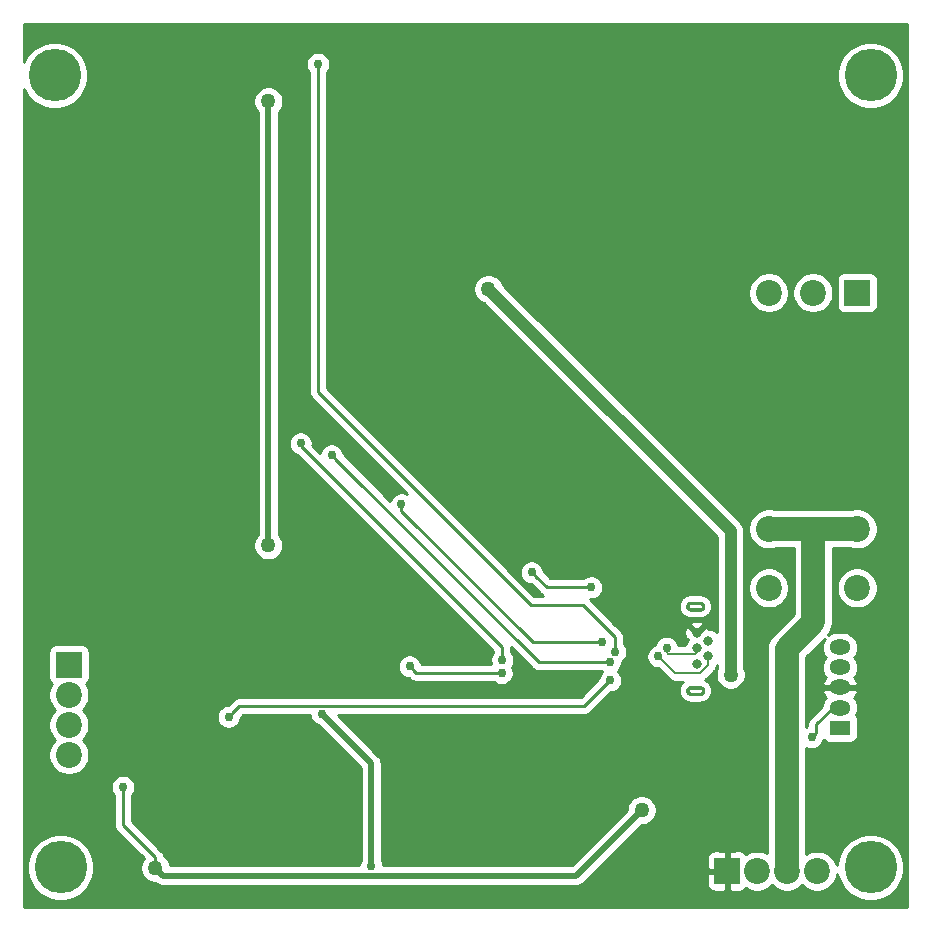
<source format=gbr>
G04 #@! TF.GenerationSoftware,KiCad,Pcbnew,(5.1.4)-1*
G04 #@! TF.CreationDate,2020-04-13T20:16:15-06:00*
G04 #@! TF.ProjectId,ECUGPS,45435547-5053-42e6-9b69-6361645f7063,rev?*
G04 #@! TF.SameCoordinates,Original*
G04 #@! TF.FileFunction,Copper,L2,Bot*
G04 #@! TF.FilePolarity,Positive*
%FSLAX46Y46*%
G04 Gerber Fmt 4.6, Leading zero omitted, Abs format (unit mm)*
G04 Created by KiCad (PCBNEW (5.1.4)-1) date 2020-04-13 20:16:15*
%MOMM*%
%LPD*%
G04 APERTURE LIST*
%ADD10C,0.001000*%
%ADD11C,2.200000*%
%ADD12R,2.200000X2.200000*%
%ADD13O,1.800000X1.275000*%
%ADD14R,1.800000X1.275000*%
%ADD15C,0.800000*%
%ADD16C,4.445000*%
%ADD17C,1.270000*%
%ADD18C,0.762000*%
%ADD19C,0.508000*%
%ADD20C,0.254000*%
%ADD21C,2.032000*%
%ADD22C,0.200000*%
%ADD23C,1.016000*%
G04 APERTURE END LIST*
D10*
G36*
X145182000Y-100994000D02*
G01*
X145182000Y-101194000D01*
X145582000Y-101194000D01*
X145601626Y-101193486D01*
X145621198Y-101191946D01*
X145640663Y-101189383D01*
X145659967Y-101185805D01*
X145679057Y-101181222D01*
X145697881Y-101175646D01*
X145716388Y-101169093D01*
X145734526Y-101161580D01*
X145752246Y-101153127D01*
X145769500Y-101143760D01*
X145786240Y-101133501D01*
X145802419Y-101122381D01*
X145817995Y-101110430D01*
X145832924Y-101097679D01*
X145847165Y-101084165D01*
X145860679Y-101069924D01*
X145873430Y-101054995D01*
X145885381Y-101039419D01*
X145896501Y-101023240D01*
X145906760Y-101006500D01*
X145916127Y-100989246D01*
X145924580Y-100971526D01*
X145932093Y-100953388D01*
X145938646Y-100934881D01*
X145944222Y-100916057D01*
X145948805Y-100896967D01*
X145952383Y-100877663D01*
X145954946Y-100858198D01*
X145956486Y-100838626D01*
X145957000Y-100819000D01*
X145956486Y-100799374D01*
X145954946Y-100779802D01*
X145952383Y-100760337D01*
X145948805Y-100741033D01*
X145944222Y-100721943D01*
X145938646Y-100703119D01*
X145932093Y-100684612D01*
X145924580Y-100666474D01*
X145916127Y-100648754D01*
X145906760Y-100631500D01*
X145896501Y-100614760D01*
X145885381Y-100598581D01*
X145873430Y-100583005D01*
X145860679Y-100568076D01*
X145847165Y-100553835D01*
X145832924Y-100540321D01*
X145817995Y-100527570D01*
X145802419Y-100515619D01*
X145786240Y-100504499D01*
X145769500Y-100494240D01*
X145752246Y-100484873D01*
X145734526Y-100476420D01*
X145716388Y-100468907D01*
X145697881Y-100462354D01*
X145679057Y-100456778D01*
X145659967Y-100452195D01*
X145640663Y-100448617D01*
X145621198Y-100446054D01*
X145601626Y-100444514D01*
X145582000Y-100444000D01*
X145182000Y-100444000D01*
X145182000Y-100644000D01*
X145582000Y-100644000D01*
X145591159Y-100644240D01*
X145600292Y-100644959D01*
X145609376Y-100646155D01*
X145618385Y-100647824D01*
X145627293Y-100649963D01*
X145636078Y-100652565D01*
X145644714Y-100655623D01*
X145653179Y-100659130D01*
X145661448Y-100663074D01*
X145669500Y-100667446D01*
X145677312Y-100672233D01*
X145684862Y-100677422D01*
X145692131Y-100682999D01*
X145699098Y-100688950D01*
X145705744Y-100695256D01*
X145712050Y-100701902D01*
X145718001Y-100708869D01*
X145723578Y-100716138D01*
X145728767Y-100723688D01*
X145733554Y-100731500D01*
X145737926Y-100739552D01*
X145741870Y-100747821D01*
X145745377Y-100756286D01*
X145748435Y-100764922D01*
X145751037Y-100773707D01*
X145753176Y-100782615D01*
X145754845Y-100791624D01*
X145756041Y-100800708D01*
X145756760Y-100809841D01*
X145757000Y-100819000D01*
X145756760Y-100828159D01*
X145756041Y-100837292D01*
X145754845Y-100846376D01*
X145753176Y-100855385D01*
X145751037Y-100864293D01*
X145748435Y-100873078D01*
X145745377Y-100881714D01*
X145741870Y-100890179D01*
X145737926Y-100898448D01*
X145733554Y-100906500D01*
X145728767Y-100914312D01*
X145723578Y-100921862D01*
X145718001Y-100929131D01*
X145712050Y-100936098D01*
X145705744Y-100942744D01*
X145699098Y-100949050D01*
X145692131Y-100955001D01*
X145684862Y-100960578D01*
X145677312Y-100965767D01*
X145669500Y-100970554D01*
X145661448Y-100974926D01*
X145653179Y-100978870D01*
X145644714Y-100982377D01*
X145636078Y-100985435D01*
X145627293Y-100988037D01*
X145618385Y-100990176D01*
X145609376Y-100991845D01*
X145600292Y-100993041D01*
X145591159Y-100993760D01*
X145582000Y-100994000D01*
X145182000Y-100994000D01*
X145182000Y-100994000D01*
G37*
X145182000Y-100994000D02*
X145182000Y-101194000D01*
X145582000Y-101194000D01*
X145601626Y-101193486D01*
X145621198Y-101191946D01*
X145640663Y-101189383D01*
X145659967Y-101185805D01*
X145679057Y-101181222D01*
X145697881Y-101175646D01*
X145716388Y-101169093D01*
X145734526Y-101161580D01*
X145752246Y-101153127D01*
X145769500Y-101143760D01*
X145786240Y-101133501D01*
X145802419Y-101122381D01*
X145817995Y-101110430D01*
X145832924Y-101097679D01*
X145847165Y-101084165D01*
X145860679Y-101069924D01*
X145873430Y-101054995D01*
X145885381Y-101039419D01*
X145896501Y-101023240D01*
X145906760Y-101006500D01*
X145916127Y-100989246D01*
X145924580Y-100971526D01*
X145932093Y-100953388D01*
X145938646Y-100934881D01*
X145944222Y-100916057D01*
X145948805Y-100896967D01*
X145952383Y-100877663D01*
X145954946Y-100858198D01*
X145956486Y-100838626D01*
X145957000Y-100819000D01*
X145956486Y-100799374D01*
X145954946Y-100779802D01*
X145952383Y-100760337D01*
X145948805Y-100741033D01*
X145944222Y-100721943D01*
X145938646Y-100703119D01*
X145932093Y-100684612D01*
X145924580Y-100666474D01*
X145916127Y-100648754D01*
X145906760Y-100631500D01*
X145896501Y-100614760D01*
X145885381Y-100598581D01*
X145873430Y-100583005D01*
X145860679Y-100568076D01*
X145847165Y-100553835D01*
X145832924Y-100540321D01*
X145817995Y-100527570D01*
X145802419Y-100515619D01*
X145786240Y-100504499D01*
X145769500Y-100494240D01*
X145752246Y-100484873D01*
X145734526Y-100476420D01*
X145716388Y-100468907D01*
X145697881Y-100462354D01*
X145679057Y-100456778D01*
X145659967Y-100452195D01*
X145640663Y-100448617D01*
X145621198Y-100446054D01*
X145601626Y-100444514D01*
X145582000Y-100444000D01*
X145182000Y-100444000D01*
X145182000Y-100644000D01*
X145582000Y-100644000D01*
X145591159Y-100644240D01*
X145600292Y-100644959D01*
X145609376Y-100646155D01*
X145618385Y-100647824D01*
X145627293Y-100649963D01*
X145636078Y-100652565D01*
X145644714Y-100655623D01*
X145653179Y-100659130D01*
X145661448Y-100663074D01*
X145669500Y-100667446D01*
X145677312Y-100672233D01*
X145684862Y-100677422D01*
X145692131Y-100682999D01*
X145699098Y-100688950D01*
X145705744Y-100695256D01*
X145712050Y-100701902D01*
X145718001Y-100708869D01*
X145723578Y-100716138D01*
X145728767Y-100723688D01*
X145733554Y-100731500D01*
X145737926Y-100739552D01*
X145741870Y-100747821D01*
X145745377Y-100756286D01*
X145748435Y-100764922D01*
X145751037Y-100773707D01*
X145753176Y-100782615D01*
X145754845Y-100791624D01*
X145756041Y-100800708D01*
X145756760Y-100809841D01*
X145757000Y-100819000D01*
X145756760Y-100828159D01*
X145756041Y-100837292D01*
X145754845Y-100846376D01*
X145753176Y-100855385D01*
X145751037Y-100864293D01*
X145748435Y-100873078D01*
X145745377Y-100881714D01*
X145741870Y-100890179D01*
X145737926Y-100898448D01*
X145733554Y-100906500D01*
X145728767Y-100914312D01*
X145723578Y-100921862D01*
X145718001Y-100929131D01*
X145712050Y-100936098D01*
X145705744Y-100942744D01*
X145699098Y-100949050D01*
X145692131Y-100955001D01*
X145684862Y-100960578D01*
X145677312Y-100965767D01*
X145669500Y-100970554D01*
X145661448Y-100974926D01*
X145653179Y-100978870D01*
X145644714Y-100982377D01*
X145636078Y-100985435D01*
X145627293Y-100988037D01*
X145618385Y-100990176D01*
X145609376Y-100991845D01*
X145600292Y-100993041D01*
X145591159Y-100993760D01*
X145582000Y-100994000D01*
X145182000Y-100994000D01*
G36*
X145182000Y-100644000D02*
G01*
X145182000Y-100444000D01*
X144782000Y-100444000D01*
X144762374Y-100444514D01*
X144742802Y-100446054D01*
X144723337Y-100448617D01*
X144704033Y-100452195D01*
X144684943Y-100456778D01*
X144666119Y-100462354D01*
X144647612Y-100468907D01*
X144629474Y-100476420D01*
X144611754Y-100484873D01*
X144594500Y-100494240D01*
X144577760Y-100504499D01*
X144561581Y-100515619D01*
X144546005Y-100527570D01*
X144531076Y-100540321D01*
X144516835Y-100553835D01*
X144503321Y-100568076D01*
X144490570Y-100583005D01*
X144478619Y-100598581D01*
X144467499Y-100614760D01*
X144457240Y-100631500D01*
X144447873Y-100648754D01*
X144439420Y-100666474D01*
X144431907Y-100684612D01*
X144425354Y-100703119D01*
X144419778Y-100721943D01*
X144415195Y-100741033D01*
X144411617Y-100760337D01*
X144409054Y-100779802D01*
X144407514Y-100799374D01*
X144407000Y-100819000D01*
X144407514Y-100838626D01*
X144409054Y-100858198D01*
X144411617Y-100877663D01*
X144415195Y-100896967D01*
X144419778Y-100916057D01*
X144425354Y-100934881D01*
X144431907Y-100953388D01*
X144439420Y-100971526D01*
X144447873Y-100989246D01*
X144457240Y-101006500D01*
X144467499Y-101023240D01*
X144478619Y-101039419D01*
X144490570Y-101054995D01*
X144503321Y-101069924D01*
X144516835Y-101084165D01*
X144531076Y-101097679D01*
X144546005Y-101110430D01*
X144561581Y-101122381D01*
X144577760Y-101133501D01*
X144594500Y-101143760D01*
X144611754Y-101153127D01*
X144629474Y-101161580D01*
X144647612Y-101169093D01*
X144666119Y-101175646D01*
X144684943Y-101181222D01*
X144704033Y-101185805D01*
X144723337Y-101189383D01*
X144742802Y-101191946D01*
X144762374Y-101193486D01*
X144782000Y-101194000D01*
X145182000Y-101194000D01*
X145182000Y-100994000D01*
X144782000Y-100994000D01*
X144772841Y-100993760D01*
X144763708Y-100993041D01*
X144754624Y-100991845D01*
X144745615Y-100990176D01*
X144736707Y-100988037D01*
X144727922Y-100985435D01*
X144719286Y-100982377D01*
X144710821Y-100978870D01*
X144702552Y-100974926D01*
X144694500Y-100970554D01*
X144686688Y-100965767D01*
X144679138Y-100960578D01*
X144671869Y-100955001D01*
X144664902Y-100949050D01*
X144658256Y-100942744D01*
X144651950Y-100936098D01*
X144645999Y-100929131D01*
X144640422Y-100921862D01*
X144635233Y-100914312D01*
X144630446Y-100906500D01*
X144626074Y-100898448D01*
X144622130Y-100890179D01*
X144618623Y-100881714D01*
X144615565Y-100873078D01*
X144612963Y-100864293D01*
X144610824Y-100855385D01*
X144609155Y-100846376D01*
X144607959Y-100837292D01*
X144607240Y-100828159D01*
X144607000Y-100819000D01*
X144607240Y-100809841D01*
X144607959Y-100800708D01*
X144609155Y-100791624D01*
X144610824Y-100782615D01*
X144612963Y-100773707D01*
X144615565Y-100764922D01*
X144618623Y-100756286D01*
X144622130Y-100747821D01*
X144626074Y-100739552D01*
X144630446Y-100731500D01*
X144635233Y-100723688D01*
X144640422Y-100716138D01*
X144645999Y-100708869D01*
X144651950Y-100701902D01*
X144658256Y-100695256D01*
X144664902Y-100688950D01*
X144671869Y-100682999D01*
X144679138Y-100677422D01*
X144686688Y-100672233D01*
X144694500Y-100667446D01*
X144702552Y-100663074D01*
X144710821Y-100659130D01*
X144719286Y-100655623D01*
X144727922Y-100652565D01*
X144736707Y-100649963D01*
X144745615Y-100647824D01*
X144754624Y-100646155D01*
X144763708Y-100644959D01*
X144772841Y-100644240D01*
X144782000Y-100644000D01*
X145182000Y-100644000D01*
X145182000Y-100644000D01*
G37*
X145182000Y-100644000D02*
X145182000Y-100444000D01*
X144782000Y-100444000D01*
X144762374Y-100444514D01*
X144742802Y-100446054D01*
X144723337Y-100448617D01*
X144704033Y-100452195D01*
X144684943Y-100456778D01*
X144666119Y-100462354D01*
X144647612Y-100468907D01*
X144629474Y-100476420D01*
X144611754Y-100484873D01*
X144594500Y-100494240D01*
X144577760Y-100504499D01*
X144561581Y-100515619D01*
X144546005Y-100527570D01*
X144531076Y-100540321D01*
X144516835Y-100553835D01*
X144503321Y-100568076D01*
X144490570Y-100583005D01*
X144478619Y-100598581D01*
X144467499Y-100614760D01*
X144457240Y-100631500D01*
X144447873Y-100648754D01*
X144439420Y-100666474D01*
X144431907Y-100684612D01*
X144425354Y-100703119D01*
X144419778Y-100721943D01*
X144415195Y-100741033D01*
X144411617Y-100760337D01*
X144409054Y-100779802D01*
X144407514Y-100799374D01*
X144407000Y-100819000D01*
X144407514Y-100838626D01*
X144409054Y-100858198D01*
X144411617Y-100877663D01*
X144415195Y-100896967D01*
X144419778Y-100916057D01*
X144425354Y-100934881D01*
X144431907Y-100953388D01*
X144439420Y-100971526D01*
X144447873Y-100989246D01*
X144457240Y-101006500D01*
X144467499Y-101023240D01*
X144478619Y-101039419D01*
X144490570Y-101054995D01*
X144503321Y-101069924D01*
X144516835Y-101084165D01*
X144531076Y-101097679D01*
X144546005Y-101110430D01*
X144561581Y-101122381D01*
X144577760Y-101133501D01*
X144594500Y-101143760D01*
X144611754Y-101153127D01*
X144629474Y-101161580D01*
X144647612Y-101169093D01*
X144666119Y-101175646D01*
X144684943Y-101181222D01*
X144704033Y-101185805D01*
X144723337Y-101189383D01*
X144742802Y-101191946D01*
X144762374Y-101193486D01*
X144782000Y-101194000D01*
X145182000Y-101194000D01*
X145182000Y-100994000D01*
X144782000Y-100994000D01*
X144772841Y-100993760D01*
X144763708Y-100993041D01*
X144754624Y-100991845D01*
X144745615Y-100990176D01*
X144736707Y-100988037D01*
X144727922Y-100985435D01*
X144719286Y-100982377D01*
X144710821Y-100978870D01*
X144702552Y-100974926D01*
X144694500Y-100970554D01*
X144686688Y-100965767D01*
X144679138Y-100960578D01*
X144671869Y-100955001D01*
X144664902Y-100949050D01*
X144658256Y-100942744D01*
X144651950Y-100936098D01*
X144645999Y-100929131D01*
X144640422Y-100921862D01*
X144635233Y-100914312D01*
X144630446Y-100906500D01*
X144626074Y-100898448D01*
X144622130Y-100890179D01*
X144618623Y-100881714D01*
X144615565Y-100873078D01*
X144612963Y-100864293D01*
X144610824Y-100855385D01*
X144609155Y-100846376D01*
X144607959Y-100837292D01*
X144607240Y-100828159D01*
X144607000Y-100819000D01*
X144607240Y-100809841D01*
X144607959Y-100800708D01*
X144609155Y-100791624D01*
X144610824Y-100782615D01*
X144612963Y-100773707D01*
X144615565Y-100764922D01*
X144618623Y-100756286D01*
X144622130Y-100747821D01*
X144626074Y-100739552D01*
X144630446Y-100731500D01*
X144635233Y-100723688D01*
X144640422Y-100716138D01*
X144645999Y-100708869D01*
X144651950Y-100701902D01*
X144658256Y-100695256D01*
X144664902Y-100688950D01*
X144671869Y-100682999D01*
X144679138Y-100677422D01*
X144686688Y-100672233D01*
X144694500Y-100667446D01*
X144702552Y-100663074D01*
X144710821Y-100659130D01*
X144719286Y-100655623D01*
X144727922Y-100652565D01*
X144736707Y-100649963D01*
X144745615Y-100647824D01*
X144754624Y-100646155D01*
X144763708Y-100644959D01*
X144772841Y-100644240D01*
X144782000Y-100644000D01*
X145182000Y-100644000D01*
G36*
X145182000Y-108144000D02*
G01*
X145182000Y-108344000D01*
X145582000Y-108344000D01*
X145601626Y-108343486D01*
X145621198Y-108341946D01*
X145640663Y-108339383D01*
X145659967Y-108335805D01*
X145679057Y-108331222D01*
X145697881Y-108325646D01*
X145716388Y-108319093D01*
X145734526Y-108311580D01*
X145752246Y-108303127D01*
X145769500Y-108293760D01*
X145786240Y-108283501D01*
X145802419Y-108272381D01*
X145817995Y-108260430D01*
X145832924Y-108247679D01*
X145847165Y-108234165D01*
X145860679Y-108219924D01*
X145873430Y-108204995D01*
X145885381Y-108189419D01*
X145896501Y-108173240D01*
X145906760Y-108156500D01*
X145916127Y-108139246D01*
X145924580Y-108121526D01*
X145932093Y-108103388D01*
X145938646Y-108084881D01*
X145944222Y-108066057D01*
X145948805Y-108046967D01*
X145952383Y-108027663D01*
X145954946Y-108008198D01*
X145956486Y-107988626D01*
X145957000Y-107969000D01*
X145956486Y-107949374D01*
X145954946Y-107929802D01*
X145952383Y-107910337D01*
X145948805Y-107891033D01*
X145944222Y-107871943D01*
X145938646Y-107853119D01*
X145932093Y-107834612D01*
X145924580Y-107816474D01*
X145916127Y-107798754D01*
X145906760Y-107781500D01*
X145896501Y-107764760D01*
X145885381Y-107748581D01*
X145873430Y-107733005D01*
X145860679Y-107718076D01*
X145847165Y-107703835D01*
X145832924Y-107690321D01*
X145817995Y-107677570D01*
X145802419Y-107665619D01*
X145786240Y-107654499D01*
X145769500Y-107644240D01*
X145752246Y-107634873D01*
X145734526Y-107626420D01*
X145716388Y-107618907D01*
X145697881Y-107612354D01*
X145679057Y-107606778D01*
X145659967Y-107602195D01*
X145640663Y-107598617D01*
X145621198Y-107596054D01*
X145601626Y-107594514D01*
X145582000Y-107594000D01*
X145182000Y-107594000D01*
X145182000Y-107794000D01*
X145582000Y-107794000D01*
X145591159Y-107794240D01*
X145600292Y-107794959D01*
X145609376Y-107796155D01*
X145618385Y-107797824D01*
X145627293Y-107799963D01*
X145636078Y-107802565D01*
X145644714Y-107805623D01*
X145653179Y-107809130D01*
X145661448Y-107813074D01*
X145669500Y-107817446D01*
X145677312Y-107822233D01*
X145684862Y-107827422D01*
X145692131Y-107832999D01*
X145699098Y-107838950D01*
X145705744Y-107845256D01*
X145712050Y-107851902D01*
X145718001Y-107858869D01*
X145723578Y-107866138D01*
X145728767Y-107873688D01*
X145733554Y-107881500D01*
X145737926Y-107889552D01*
X145741870Y-107897821D01*
X145745377Y-107906286D01*
X145748435Y-107914922D01*
X145751037Y-107923707D01*
X145753176Y-107932615D01*
X145754845Y-107941624D01*
X145756041Y-107950708D01*
X145756760Y-107959841D01*
X145757000Y-107969000D01*
X145756760Y-107978159D01*
X145756041Y-107987292D01*
X145754845Y-107996376D01*
X145753176Y-108005385D01*
X145751037Y-108014293D01*
X145748435Y-108023078D01*
X145745377Y-108031714D01*
X145741870Y-108040179D01*
X145737926Y-108048448D01*
X145733554Y-108056500D01*
X145728767Y-108064312D01*
X145723578Y-108071862D01*
X145718001Y-108079131D01*
X145712050Y-108086098D01*
X145705744Y-108092744D01*
X145699098Y-108099050D01*
X145692131Y-108105001D01*
X145684862Y-108110578D01*
X145677312Y-108115767D01*
X145669500Y-108120554D01*
X145661448Y-108124926D01*
X145653179Y-108128870D01*
X145644714Y-108132377D01*
X145636078Y-108135435D01*
X145627293Y-108138037D01*
X145618385Y-108140176D01*
X145609376Y-108141845D01*
X145600292Y-108143041D01*
X145591159Y-108143760D01*
X145582000Y-108144000D01*
X145182000Y-108144000D01*
X145182000Y-108144000D01*
G37*
X145182000Y-108144000D02*
X145182000Y-108344000D01*
X145582000Y-108344000D01*
X145601626Y-108343486D01*
X145621198Y-108341946D01*
X145640663Y-108339383D01*
X145659967Y-108335805D01*
X145679057Y-108331222D01*
X145697881Y-108325646D01*
X145716388Y-108319093D01*
X145734526Y-108311580D01*
X145752246Y-108303127D01*
X145769500Y-108293760D01*
X145786240Y-108283501D01*
X145802419Y-108272381D01*
X145817995Y-108260430D01*
X145832924Y-108247679D01*
X145847165Y-108234165D01*
X145860679Y-108219924D01*
X145873430Y-108204995D01*
X145885381Y-108189419D01*
X145896501Y-108173240D01*
X145906760Y-108156500D01*
X145916127Y-108139246D01*
X145924580Y-108121526D01*
X145932093Y-108103388D01*
X145938646Y-108084881D01*
X145944222Y-108066057D01*
X145948805Y-108046967D01*
X145952383Y-108027663D01*
X145954946Y-108008198D01*
X145956486Y-107988626D01*
X145957000Y-107969000D01*
X145956486Y-107949374D01*
X145954946Y-107929802D01*
X145952383Y-107910337D01*
X145948805Y-107891033D01*
X145944222Y-107871943D01*
X145938646Y-107853119D01*
X145932093Y-107834612D01*
X145924580Y-107816474D01*
X145916127Y-107798754D01*
X145906760Y-107781500D01*
X145896501Y-107764760D01*
X145885381Y-107748581D01*
X145873430Y-107733005D01*
X145860679Y-107718076D01*
X145847165Y-107703835D01*
X145832924Y-107690321D01*
X145817995Y-107677570D01*
X145802419Y-107665619D01*
X145786240Y-107654499D01*
X145769500Y-107644240D01*
X145752246Y-107634873D01*
X145734526Y-107626420D01*
X145716388Y-107618907D01*
X145697881Y-107612354D01*
X145679057Y-107606778D01*
X145659967Y-107602195D01*
X145640663Y-107598617D01*
X145621198Y-107596054D01*
X145601626Y-107594514D01*
X145582000Y-107594000D01*
X145182000Y-107594000D01*
X145182000Y-107794000D01*
X145582000Y-107794000D01*
X145591159Y-107794240D01*
X145600292Y-107794959D01*
X145609376Y-107796155D01*
X145618385Y-107797824D01*
X145627293Y-107799963D01*
X145636078Y-107802565D01*
X145644714Y-107805623D01*
X145653179Y-107809130D01*
X145661448Y-107813074D01*
X145669500Y-107817446D01*
X145677312Y-107822233D01*
X145684862Y-107827422D01*
X145692131Y-107832999D01*
X145699098Y-107838950D01*
X145705744Y-107845256D01*
X145712050Y-107851902D01*
X145718001Y-107858869D01*
X145723578Y-107866138D01*
X145728767Y-107873688D01*
X145733554Y-107881500D01*
X145737926Y-107889552D01*
X145741870Y-107897821D01*
X145745377Y-107906286D01*
X145748435Y-107914922D01*
X145751037Y-107923707D01*
X145753176Y-107932615D01*
X145754845Y-107941624D01*
X145756041Y-107950708D01*
X145756760Y-107959841D01*
X145757000Y-107969000D01*
X145756760Y-107978159D01*
X145756041Y-107987292D01*
X145754845Y-107996376D01*
X145753176Y-108005385D01*
X145751037Y-108014293D01*
X145748435Y-108023078D01*
X145745377Y-108031714D01*
X145741870Y-108040179D01*
X145737926Y-108048448D01*
X145733554Y-108056500D01*
X145728767Y-108064312D01*
X145723578Y-108071862D01*
X145718001Y-108079131D01*
X145712050Y-108086098D01*
X145705744Y-108092744D01*
X145699098Y-108099050D01*
X145692131Y-108105001D01*
X145684862Y-108110578D01*
X145677312Y-108115767D01*
X145669500Y-108120554D01*
X145661448Y-108124926D01*
X145653179Y-108128870D01*
X145644714Y-108132377D01*
X145636078Y-108135435D01*
X145627293Y-108138037D01*
X145618385Y-108140176D01*
X145609376Y-108141845D01*
X145600292Y-108143041D01*
X145591159Y-108143760D01*
X145582000Y-108144000D01*
X145182000Y-108144000D01*
G36*
X145182000Y-107794000D02*
G01*
X145182000Y-107594000D01*
X144782000Y-107594000D01*
X144762374Y-107594514D01*
X144742802Y-107596054D01*
X144723337Y-107598617D01*
X144704033Y-107602195D01*
X144684943Y-107606778D01*
X144666119Y-107612354D01*
X144647612Y-107618907D01*
X144629474Y-107626420D01*
X144611754Y-107634873D01*
X144594500Y-107644240D01*
X144577760Y-107654499D01*
X144561581Y-107665619D01*
X144546005Y-107677570D01*
X144531076Y-107690321D01*
X144516835Y-107703835D01*
X144503321Y-107718076D01*
X144490570Y-107733005D01*
X144478619Y-107748581D01*
X144467499Y-107764760D01*
X144457240Y-107781500D01*
X144447873Y-107798754D01*
X144439420Y-107816474D01*
X144431907Y-107834612D01*
X144425354Y-107853119D01*
X144419778Y-107871943D01*
X144415195Y-107891033D01*
X144411617Y-107910337D01*
X144409054Y-107929802D01*
X144407514Y-107949374D01*
X144407000Y-107969000D01*
X144407514Y-107988626D01*
X144409054Y-108008198D01*
X144411617Y-108027663D01*
X144415195Y-108046967D01*
X144419778Y-108066057D01*
X144425354Y-108084881D01*
X144431907Y-108103388D01*
X144439420Y-108121526D01*
X144447873Y-108139246D01*
X144457240Y-108156500D01*
X144467499Y-108173240D01*
X144478619Y-108189419D01*
X144490570Y-108204995D01*
X144503321Y-108219924D01*
X144516835Y-108234165D01*
X144531076Y-108247679D01*
X144546005Y-108260430D01*
X144561581Y-108272381D01*
X144577760Y-108283501D01*
X144594500Y-108293760D01*
X144611754Y-108303127D01*
X144629474Y-108311580D01*
X144647612Y-108319093D01*
X144666119Y-108325646D01*
X144684943Y-108331222D01*
X144704033Y-108335805D01*
X144723337Y-108339383D01*
X144742802Y-108341946D01*
X144762374Y-108343486D01*
X144782000Y-108344000D01*
X145182000Y-108344000D01*
X145182000Y-108144000D01*
X144782000Y-108144000D01*
X144772841Y-108143760D01*
X144763708Y-108143041D01*
X144754624Y-108141845D01*
X144745615Y-108140176D01*
X144736707Y-108138037D01*
X144727922Y-108135435D01*
X144719286Y-108132377D01*
X144710821Y-108128870D01*
X144702552Y-108124926D01*
X144694500Y-108120554D01*
X144686688Y-108115767D01*
X144679138Y-108110578D01*
X144671869Y-108105001D01*
X144664902Y-108099050D01*
X144658256Y-108092744D01*
X144651950Y-108086098D01*
X144645999Y-108079131D01*
X144640422Y-108071862D01*
X144635233Y-108064312D01*
X144630446Y-108056500D01*
X144626074Y-108048448D01*
X144622130Y-108040179D01*
X144618623Y-108031714D01*
X144615565Y-108023078D01*
X144612963Y-108014293D01*
X144610824Y-108005385D01*
X144609155Y-107996376D01*
X144607959Y-107987292D01*
X144607240Y-107978159D01*
X144607000Y-107969000D01*
X144607240Y-107959841D01*
X144607959Y-107950708D01*
X144609155Y-107941624D01*
X144610824Y-107932615D01*
X144612963Y-107923707D01*
X144615565Y-107914922D01*
X144618623Y-107906286D01*
X144622130Y-107897821D01*
X144626074Y-107889552D01*
X144630446Y-107881500D01*
X144635233Y-107873688D01*
X144640422Y-107866138D01*
X144645999Y-107858869D01*
X144651950Y-107851902D01*
X144658256Y-107845256D01*
X144664902Y-107838950D01*
X144671869Y-107832999D01*
X144679138Y-107827422D01*
X144686688Y-107822233D01*
X144694500Y-107817446D01*
X144702552Y-107813074D01*
X144710821Y-107809130D01*
X144719286Y-107805623D01*
X144727922Y-107802565D01*
X144736707Y-107799963D01*
X144745615Y-107797824D01*
X144754624Y-107796155D01*
X144763708Y-107794959D01*
X144772841Y-107794240D01*
X144782000Y-107794000D01*
X145182000Y-107794000D01*
X145182000Y-107794000D01*
G37*
X145182000Y-107794000D02*
X145182000Y-107594000D01*
X144782000Y-107594000D01*
X144762374Y-107594514D01*
X144742802Y-107596054D01*
X144723337Y-107598617D01*
X144704033Y-107602195D01*
X144684943Y-107606778D01*
X144666119Y-107612354D01*
X144647612Y-107618907D01*
X144629474Y-107626420D01*
X144611754Y-107634873D01*
X144594500Y-107644240D01*
X144577760Y-107654499D01*
X144561581Y-107665619D01*
X144546005Y-107677570D01*
X144531076Y-107690321D01*
X144516835Y-107703835D01*
X144503321Y-107718076D01*
X144490570Y-107733005D01*
X144478619Y-107748581D01*
X144467499Y-107764760D01*
X144457240Y-107781500D01*
X144447873Y-107798754D01*
X144439420Y-107816474D01*
X144431907Y-107834612D01*
X144425354Y-107853119D01*
X144419778Y-107871943D01*
X144415195Y-107891033D01*
X144411617Y-107910337D01*
X144409054Y-107929802D01*
X144407514Y-107949374D01*
X144407000Y-107969000D01*
X144407514Y-107988626D01*
X144409054Y-108008198D01*
X144411617Y-108027663D01*
X144415195Y-108046967D01*
X144419778Y-108066057D01*
X144425354Y-108084881D01*
X144431907Y-108103388D01*
X144439420Y-108121526D01*
X144447873Y-108139246D01*
X144457240Y-108156500D01*
X144467499Y-108173240D01*
X144478619Y-108189419D01*
X144490570Y-108204995D01*
X144503321Y-108219924D01*
X144516835Y-108234165D01*
X144531076Y-108247679D01*
X144546005Y-108260430D01*
X144561581Y-108272381D01*
X144577760Y-108283501D01*
X144594500Y-108293760D01*
X144611754Y-108303127D01*
X144629474Y-108311580D01*
X144647612Y-108319093D01*
X144666119Y-108325646D01*
X144684943Y-108331222D01*
X144704033Y-108335805D01*
X144723337Y-108339383D01*
X144742802Y-108341946D01*
X144762374Y-108343486D01*
X144782000Y-108344000D01*
X145182000Y-108344000D01*
X145182000Y-108144000D01*
X144782000Y-108144000D01*
X144772841Y-108143760D01*
X144763708Y-108143041D01*
X144754624Y-108141845D01*
X144745615Y-108140176D01*
X144736707Y-108138037D01*
X144727922Y-108135435D01*
X144719286Y-108132377D01*
X144710821Y-108128870D01*
X144702552Y-108124926D01*
X144694500Y-108120554D01*
X144686688Y-108115767D01*
X144679138Y-108110578D01*
X144671869Y-108105001D01*
X144664902Y-108099050D01*
X144658256Y-108092744D01*
X144651950Y-108086098D01*
X144645999Y-108079131D01*
X144640422Y-108071862D01*
X144635233Y-108064312D01*
X144630446Y-108056500D01*
X144626074Y-108048448D01*
X144622130Y-108040179D01*
X144618623Y-108031714D01*
X144615565Y-108023078D01*
X144612963Y-108014293D01*
X144610824Y-108005385D01*
X144609155Y-107996376D01*
X144607959Y-107987292D01*
X144607240Y-107978159D01*
X144607000Y-107969000D01*
X144607240Y-107959841D01*
X144607959Y-107950708D01*
X144609155Y-107941624D01*
X144610824Y-107932615D01*
X144612963Y-107923707D01*
X144615565Y-107914922D01*
X144618623Y-107906286D01*
X144622130Y-107897821D01*
X144626074Y-107889552D01*
X144630446Y-107881500D01*
X144635233Y-107873688D01*
X144640422Y-107866138D01*
X144645999Y-107858869D01*
X144651950Y-107851902D01*
X144658256Y-107845256D01*
X144664902Y-107838950D01*
X144671869Y-107832999D01*
X144679138Y-107827422D01*
X144686688Y-107822233D01*
X144694500Y-107817446D01*
X144702552Y-107813074D01*
X144710821Y-107809130D01*
X144719286Y-107805623D01*
X144727922Y-107802565D01*
X144736707Y-107799963D01*
X144745615Y-107797824D01*
X144754624Y-107796155D01*
X144763708Y-107794959D01*
X144772841Y-107794240D01*
X144782000Y-107794000D01*
X145182000Y-107794000D01*
D11*
X155498800Y-123240800D03*
X152958800Y-123240800D03*
X150418800Y-123240800D03*
D12*
X147878800Y-123240800D03*
D11*
X92151200Y-113385600D03*
X92151200Y-110845600D03*
X92151200Y-108305600D03*
D12*
X92151200Y-105765600D03*
D13*
X157429200Y-104299600D03*
X157429200Y-105999600D03*
X157429200Y-107699600D03*
X157429200Y-109399600D03*
D14*
X157429200Y-111099600D03*
D15*
X145292000Y-103094000D03*
X146292000Y-103744000D03*
X145292000Y-104394000D03*
X146292000Y-105044000D03*
X145292000Y-105694000D03*
D11*
X155134000Y-74269600D03*
D12*
X158884000Y-74269600D03*
D11*
X151384000Y-74269600D03*
X151384000Y-94269600D03*
X151384000Y-99269600D03*
X158884000Y-94269600D03*
X158884000Y-99269600D03*
D16*
X160020000Y-55880000D03*
X91440000Y-122936000D03*
X90932000Y-55880000D03*
X160020000Y-122936000D03*
D17*
X115570000Y-121945400D03*
X129844800Y-117043200D03*
D18*
X135636000Y-107746800D03*
X135077200Y-89052400D03*
X112115600Y-121970800D03*
X99720400Y-115722400D03*
X122072400Y-99517200D03*
X124663200Y-104343200D03*
X156870400Y-113690400D03*
D17*
X109028350Y-58075950D03*
X109016800Y-95656400D03*
D18*
X113538000Y-109931176D03*
X117734800Y-122803200D03*
D17*
X99466398Y-122986800D03*
D18*
X96723200Y-116128800D03*
D17*
X140639300Y-118084100D03*
D18*
X111760000Y-87020400D03*
X128828800Y-105359200D03*
X128778000Y-106476804D03*
X121005600Y-105918000D03*
X142034603Y-105056597D03*
X142750197Y-104341003D03*
X136355297Y-99226643D03*
X131318000Y-97942400D03*
D17*
X148183600Y-106629198D03*
X127660400Y-73964800D03*
D18*
X113233200Y-54914800D03*
X138379202Y-104698800D03*
X137922000Y-105562400D03*
X114401600Y-88036400D03*
X137261600Y-103886000D03*
X120294400Y-92202000D03*
X155041600Y-111912400D03*
X105664000Y-110194300D03*
X137972800Y-107086400D03*
D19*
X109028350Y-58075950D02*
X109028350Y-95644850D01*
X109028350Y-95644850D02*
X109016800Y-95656400D01*
X113538000Y-109931176D02*
X117734800Y-114127976D01*
X117734800Y-114127976D02*
X117734800Y-122264385D01*
X117734800Y-122264385D02*
X117734800Y-122803200D01*
D20*
X99466398Y-122088775D02*
X96723200Y-119345577D01*
X99466398Y-122986800D02*
X99466398Y-122088775D01*
X96723200Y-119345577D02*
X96723200Y-116128800D01*
D19*
X140004301Y-118719099D02*
X140639300Y-118084100D01*
X135101599Y-123621801D02*
X140004301Y-118719099D01*
X99466398Y-122986800D02*
X100101399Y-123621801D01*
X100101399Y-123621801D02*
X135101599Y-123621801D01*
D20*
X128828800Y-104820385D02*
X128828800Y-105359200D01*
X128828800Y-104305606D02*
X128828800Y-104820385D01*
X123354593Y-98831399D02*
X123564397Y-99041203D01*
X123564397Y-99041203D02*
X128828800Y-104305606D01*
X121843799Y-97320605D02*
X123564397Y-99041203D01*
X111760000Y-87020400D02*
X111760000Y-87236806D01*
X111760000Y-87236806D02*
X121843799Y-97320605D01*
X121564404Y-106476804D02*
X121386599Y-106298999D01*
X121386599Y-106298999D02*
X121005600Y-105918000D01*
X128778000Y-106476804D02*
X121564404Y-106476804D01*
D21*
X151384000Y-94269600D02*
X155158400Y-94269600D01*
X155158400Y-94269600D02*
X158884000Y-94269600D01*
X155158400Y-102194400D02*
X155158400Y-94269600D01*
X152908000Y-122936000D02*
X152908000Y-104444800D01*
X152908000Y-104444800D02*
X155158400Y-102194400D01*
D22*
X146304000Y-105056000D02*
X146292000Y-105044000D01*
X146292000Y-105777600D02*
X146292000Y-105044000D01*
X145592800Y-106476800D02*
X146292000Y-105777600D01*
X143459200Y-106476800D02*
X145592800Y-106476800D01*
X142038997Y-105056597D02*
X143459200Y-106476800D01*
X142034603Y-105056597D02*
X142038997Y-105056597D01*
X142750197Y-104738398D02*
X142891999Y-104880200D01*
X142891999Y-104880200D02*
X145137601Y-104880200D01*
X145137601Y-104880200D02*
X145292000Y-104725801D01*
X142750197Y-104341003D02*
X142750197Y-104738398D01*
X145292000Y-104725801D02*
X145292000Y-104394000D01*
D20*
X136355297Y-99226643D02*
X132602243Y-99226643D01*
X132602243Y-99226643D02*
X131698999Y-98323399D01*
X131698999Y-98323399D02*
X131318000Y-97942400D01*
D23*
X148183600Y-106629198D02*
X148183600Y-94488000D01*
X128295399Y-74599799D02*
X127660400Y-73964800D01*
X148183600Y-94488000D02*
X128295399Y-74599799D01*
D20*
X113233200Y-74574400D02*
X113233200Y-54914800D01*
X113233200Y-82669880D02*
X113233200Y-74574400D01*
X131248920Y-100685600D02*
X113233200Y-82669880D01*
X135636000Y-100685600D02*
X131248920Y-100685600D01*
X138379202Y-103428802D02*
X135636000Y-100685600D01*
X138379202Y-104698800D02*
X138379202Y-103428802D01*
X114782599Y-88417399D02*
X114401600Y-88036400D01*
X137922000Y-105562400D02*
X131927600Y-105562400D01*
X131927600Y-105562400D02*
X114782599Y-88417399D01*
X137261600Y-103886000D02*
X131439585Y-103886000D01*
X131439585Y-103886000D02*
X120294400Y-92740815D01*
X120294400Y-92740815D02*
X120294400Y-92202000D01*
X156843200Y-109399600D02*
X157429200Y-109399600D01*
X155422599Y-110820201D02*
X156843200Y-109399600D01*
X155041600Y-111912400D02*
X155422599Y-111531401D01*
X155422599Y-111531401D02*
X155422599Y-110820201D01*
X106044999Y-109813301D02*
X106044999Y-109804201D01*
X105664000Y-110194300D02*
X106044999Y-109813301D01*
X106578425Y-109270775D02*
X135788425Y-109270775D01*
X106044999Y-109804201D02*
X106578425Y-109270775D01*
X135788425Y-109270775D02*
X137972800Y-107086400D01*
G36*
X163144201Y-126314200D02*
G01*
X88315800Y-126314200D01*
X88315800Y-122654561D01*
X88582500Y-122654561D01*
X88582500Y-123217439D01*
X88692312Y-123769502D01*
X88907717Y-124289534D01*
X89220435Y-124757550D01*
X89618450Y-125155565D01*
X90086466Y-125468283D01*
X90606498Y-125683688D01*
X91158561Y-125793500D01*
X91721439Y-125793500D01*
X92273502Y-125683688D01*
X92793534Y-125468283D01*
X93261550Y-125155565D01*
X93659565Y-124757550D01*
X93972283Y-124289534D01*
X94187688Y-123769502D01*
X94297500Y-123217439D01*
X94297500Y-122654561D01*
X94187688Y-122102498D01*
X93972283Y-121582466D01*
X93659565Y-121114450D01*
X93261550Y-120716435D01*
X92793534Y-120403717D01*
X92273502Y-120188312D01*
X91721439Y-120078500D01*
X91158561Y-120078500D01*
X90606498Y-120188312D01*
X90086466Y-120403717D01*
X89618450Y-120716435D01*
X89220435Y-121114450D01*
X88907717Y-121582466D01*
X88692312Y-122102498D01*
X88582500Y-122654561D01*
X88315800Y-122654561D01*
X88315800Y-116028733D01*
X95707200Y-116028733D01*
X95707200Y-116228867D01*
X95746244Y-116425156D01*
X95822832Y-116610056D01*
X95934021Y-116776462D01*
X95961201Y-116803642D01*
X95961200Y-119308154D01*
X95957514Y-119345577D01*
X95961200Y-119383000D01*
X95961200Y-119383002D01*
X95972226Y-119494954D01*
X96015798Y-119638591D01*
X96015799Y-119638592D01*
X96086555Y-119770969D01*
X96126183Y-119819255D01*
X96181778Y-119886999D01*
X96210854Y-119910861D01*
X98478839Y-122178847D01*
X98340939Y-122385229D01*
X98245203Y-122616355D01*
X98196398Y-122861716D01*
X98196398Y-123111884D01*
X98245203Y-123357245D01*
X98340939Y-123588371D01*
X98479925Y-123796378D01*
X98656820Y-123973273D01*
X98864827Y-124112259D01*
X99095953Y-124207995D01*
X99341314Y-124256800D01*
X99473810Y-124256800D01*
X99605108Y-124364554D01*
X99759548Y-124447104D01*
X99854157Y-124475803D01*
X99927124Y-124497937D01*
X99945472Y-124499744D01*
X100057732Y-124510801D01*
X100057738Y-124510801D01*
X100101398Y-124515101D01*
X100145058Y-124510801D01*
X135057939Y-124510801D01*
X135101599Y-124515101D01*
X135145259Y-124510801D01*
X135145266Y-124510801D01*
X135275873Y-124497937D01*
X135443450Y-124447104D01*
X135597890Y-124364554D01*
X135626834Y-124340800D01*
X146140728Y-124340800D01*
X146152988Y-124465282D01*
X146189298Y-124584980D01*
X146248263Y-124695294D01*
X146327615Y-124791985D01*
X146424306Y-124871337D01*
X146534620Y-124930302D01*
X146654318Y-124966612D01*
X146778800Y-124978872D01*
X147593050Y-124975800D01*
X147751800Y-124817050D01*
X147751800Y-123367800D01*
X146302550Y-123367800D01*
X146143800Y-123526550D01*
X146140728Y-124340800D01*
X135626834Y-124340800D01*
X135733258Y-124253460D01*
X135761098Y-124219537D01*
X137839835Y-122140800D01*
X146140728Y-122140800D01*
X146143800Y-122955050D01*
X146302550Y-123113800D01*
X147751800Y-123113800D01*
X147751800Y-121664550D01*
X148005800Y-121664550D01*
X148005800Y-123113800D01*
X148025800Y-123113800D01*
X148025800Y-123367800D01*
X148005800Y-123367800D01*
X148005800Y-124817050D01*
X148164550Y-124975800D01*
X148978800Y-124978872D01*
X149103282Y-124966612D01*
X149222980Y-124930302D01*
X149333294Y-124871337D01*
X149429985Y-124791985D01*
X149496357Y-124711110D01*
X149596969Y-124778337D01*
X149912719Y-124909125D01*
X150247917Y-124975800D01*
X150589683Y-124975800D01*
X150924881Y-124909125D01*
X151240631Y-124778337D01*
X151524798Y-124588463D01*
X151688800Y-124424461D01*
X151852802Y-124588463D01*
X152136969Y-124778337D01*
X152452719Y-124909125D01*
X152787917Y-124975800D01*
X153129683Y-124975800D01*
X153464881Y-124909125D01*
X153780631Y-124778337D01*
X154064798Y-124588463D01*
X154228800Y-124424461D01*
X154392802Y-124588463D01*
X154676969Y-124778337D01*
X154992719Y-124909125D01*
X155327917Y-124975800D01*
X155669683Y-124975800D01*
X156004881Y-124909125D01*
X156320631Y-124778337D01*
X156604798Y-124588463D01*
X156846463Y-124346798D01*
X157036337Y-124062631D01*
X157167125Y-123746881D01*
X157217469Y-123493786D01*
X157272312Y-123769502D01*
X157487717Y-124289534D01*
X157800435Y-124757550D01*
X158198450Y-125155565D01*
X158666466Y-125468283D01*
X159186498Y-125683688D01*
X159738561Y-125793500D01*
X160301439Y-125793500D01*
X160853502Y-125683688D01*
X161373534Y-125468283D01*
X161841550Y-125155565D01*
X162239565Y-124757550D01*
X162552283Y-124289534D01*
X162767688Y-123769502D01*
X162877500Y-123217439D01*
X162877500Y-122654561D01*
X162767688Y-122102498D01*
X162552283Y-121582466D01*
X162239565Y-121114450D01*
X161841550Y-120716435D01*
X161373534Y-120403717D01*
X160853502Y-120188312D01*
X160301439Y-120078500D01*
X159738561Y-120078500D01*
X159186498Y-120188312D01*
X158666466Y-120403717D01*
X158198450Y-120716435D01*
X157800435Y-121114450D01*
X157487717Y-121582466D01*
X157272312Y-122102498D01*
X157162500Y-122654561D01*
X157162500Y-122723553D01*
X157036337Y-122418969D01*
X156846463Y-122134802D01*
X156604798Y-121893137D01*
X156320631Y-121703263D01*
X156004881Y-121572475D01*
X155669683Y-121505800D01*
X155327917Y-121505800D01*
X154992719Y-121572475D01*
X154676969Y-121703263D01*
X154559000Y-121782087D01*
X154559000Y-112811870D01*
X154560344Y-112812768D01*
X154745244Y-112889356D01*
X154941533Y-112928400D01*
X155141667Y-112928400D01*
X155337956Y-112889356D01*
X155522856Y-112812768D01*
X155689262Y-112701579D01*
X155830779Y-112560062D01*
X155941968Y-112393656D01*
X156018556Y-112208756D01*
X156033433Y-112133962D01*
X156078015Y-112188285D01*
X156174706Y-112267637D01*
X156285020Y-112326602D01*
X156404718Y-112362912D01*
X156529200Y-112375172D01*
X158329200Y-112375172D01*
X158453682Y-112362912D01*
X158573380Y-112326602D01*
X158683694Y-112267637D01*
X158780385Y-112188285D01*
X158859737Y-112091594D01*
X158918702Y-111981280D01*
X158955012Y-111861582D01*
X158967272Y-111737100D01*
X158967272Y-110462100D01*
X158955012Y-110337618D01*
X158918702Y-110217920D01*
X158859737Y-110107606D01*
X158796998Y-110031158D01*
X158873025Y-109888921D01*
X158945788Y-109649054D01*
X158970357Y-109399600D01*
X158945788Y-109150146D01*
X158873025Y-108910279D01*
X158754864Y-108689216D01*
X158640783Y-108550208D01*
X158681295Y-108509591D01*
X158820302Y-108300967D01*
X158915937Y-108069233D01*
X158922391Y-108023105D01*
X158798185Y-107826600D01*
X157556200Y-107826600D01*
X157556200Y-107846600D01*
X157302200Y-107846600D01*
X157302200Y-107826600D01*
X156060215Y-107826600D01*
X155936009Y-108023105D01*
X155942463Y-108069233D01*
X156038098Y-108300967D01*
X156177105Y-108509591D01*
X156217617Y-108550208D01*
X156103536Y-108689216D01*
X155985375Y-108910279D01*
X155912612Y-109150146D01*
X155901423Y-109263746D01*
X154910248Y-110254922D01*
X154881178Y-110278779D01*
X154857321Y-110307849D01*
X154857320Y-110307850D01*
X154785954Y-110394809D01*
X154723528Y-110511602D01*
X154715198Y-110527186D01*
X154671625Y-110670823D01*
X154660830Y-110780428D01*
X154656913Y-110820201D01*
X154660599Y-110857624D01*
X154660599Y-110970505D01*
X154560344Y-111012032D01*
X154559000Y-111012930D01*
X154559000Y-105128666D01*
X156126808Y-103560859D01*
X156103536Y-103589216D01*
X155985375Y-103810279D01*
X155912612Y-104050146D01*
X155888043Y-104299600D01*
X155912612Y-104549054D01*
X155985375Y-104788921D01*
X156103536Y-105009984D01*
X156218116Y-105149600D01*
X156103536Y-105289216D01*
X155985375Y-105510279D01*
X155912612Y-105750146D01*
X155888043Y-105999600D01*
X155912612Y-106249054D01*
X155985375Y-106488921D01*
X156103536Y-106709984D01*
X156217617Y-106848992D01*
X156177105Y-106889609D01*
X156038098Y-107098233D01*
X155942463Y-107329967D01*
X155936009Y-107376095D01*
X156060215Y-107572600D01*
X157302200Y-107572600D01*
X157302200Y-107552600D01*
X157556200Y-107552600D01*
X157556200Y-107572600D01*
X158798185Y-107572600D01*
X158922391Y-107376095D01*
X158915937Y-107329967D01*
X158820302Y-107098233D01*
X158681295Y-106889609D01*
X158640783Y-106848992D01*
X158754864Y-106709984D01*
X158873025Y-106488921D01*
X158945788Y-106249054D01*
X158970357Y-105999600D01*
X158945788Y-105750146D01*
X158873025Y-105510279D01*
X158754864Y-105289216D01*
X158640284Y-105149600D01*
X158754864Y-105009984D01*
X158873025Y-104788921D01*
X158945788Y-104549054D01*
X158970357Y-104299600D01*
X158945788Y-104050146D01*
X158873025Y-103810279D01*
X158754864Y-103589216D01*
X158595847Y-103395453D01*
X158402084Y-103236436D01*
X158181021Y-103118275D01*
X157941154Y-103045512D01*
X157754213Y-103027100D01*
X157104187Y-103027100D01*
X156917246Y-103045512D01*
X156677379Y-103118275D01*
X156456316Y-103236436D01*
X156403365Y-103279891D01*
X156403750Y-103279423D01*
X156537798Y-103116085D01*
X156660043Y-102887380D01*
X156691105Y-102829267D01*
X156785511Y-102518053D01*
X156809400Y-102275504D01*
X156809400Y-102275502D01*
X156817388Y-102194401D01*
X156809400Y-102113300D01*
X156809400Y-99098717D01*
X157149000Y-99098717D01*
X157149000Y-99440483D01*
X157215675Y-99775681D01*
X157346463Y-100091431D01*
X157536337Y-100375598D01*
X157778002Y-100617263D01*
X158062169Y-100807137D01*
X158377919Y-100937925D01*
X158713117Y-101004600D01*
X159054883Y-101004600D01*
X159390081Y-100937925D01*
X159705831Y-100807137D01*
X159989998Y-100617263D01*
X160231663Y-100375598D01*
X160421537Y-100091431D01*
X160552325Y-99775681D01*
X160619000Y-99440483D01*
X160619000Y-99098717D01*
X160552325Y-98763519D01*
X160421537Y-98447769D01*
X160231663Y-98163602D01*
X159989998Y-97921937D01*
X159705831Y-97732063D01*
X159390081Y-97601275D01*
X159054883Y-97534600D01*
X158713117Y-97534600D01*
X158377919Y-97601275D01*
X158062169Y-97732063D01*
X157778002Y-97921937D01*
X157536337Y-98163602D01*
X157346463Y-98447769D01*
X157215675Y-98763519D01*
X157149000Y-99098717D01*
X156809400Y-99098717D01*
X156809400Y-95920600D01*
X158336093Y-95920600D01*
X158377919Y-95937925D01*
X158713117Y-96004600D01*
X159054883Y-96004600D01*
X159390081Y-95937925D01*
X159705831Y-95807137D01*
X159989998Y-95617263D01*
X160231663Y-95375598D01*
X160421537Y-95091431D01*
X160552325Y-94775681D01*
X160619000Y-94440483D01*
X160619000Y-94098717D01*
X160552325Y-93763519D01*
X160421537Y-93447769D01*
X160231663Y-93163602D01*
X159989998Y-92921937D01*
X159705831Y-92732063D01*
X159390081Y-92601275D01*
X159054883Y-92534600D01*
X158713117Y-92534600D01*
X158377919Y-92601275D01*
X158336093Y-92618600D01*
X155239504Y-92618600D01*
X155158400Y-92610612D01*
X155077297Y-92618600D01*
X151931907Y-92618600D01*
X151890081Y-92601275D01*
X151554883Y-92534600D01*
X151213117Y-92534600D01*
X150877919Y-92601275D01*
X150562169Y-92732063D01*
X150278002Y-92921937D01*
X150036337Y-93163602D01*
X149846463Y-93447769D01*
X149715675Y-93763519D01*
X149649000Y-94098717D01*
X149649000Y-94440483D01*
X149715675Y-94775681D01*
X149846463Y-95091431D01*
X150036337Y-95375598D01*
X150278002Y-95617263D01*
X150562169Y-95807137D01*
X150877919Y-95937925D01*
X151213117Y-96004600D01*
X151554883Y-96004600D01*
X151890081Y-95937925D01*
X151931907Y-95920600D01*
X153507401Y-95920600D01*
X153507400Y-101510533D01*
X151797916Y-103220018D01*
X151734919Y-103271718D01*
X151683219Y-103334715D01*
X151683218Y-103334716D01*
X151528602Y-103523117D01*
X151399749Y-103764184D01*
X151375296Y-103809933D01*
X151291984Y-104084577D01*
X151280890Y-104121148D01*
X151249012Y-104444800D01*
X151257001Y-104525911D01*
X151257000Y-121714200D01*
X151240631Y-121703263D01*
X150924881Y-121572475D01*
X150589683Y-121505800D01*
X150247917Y-121505800D01*
X149912719Y-121572475D01*
X149596969Y-121703263D01*
X149496357Y-121770490D01*
X149429985Y-121689615D01*
X149333294Y-121610263D01*
X149222980Y-121551298D01*
X149103282Y-121514988D01*
X148978800Y-121502728D01*
X148164550Y-121505800D01*
X148005800Y-121664550D01*
X147751800Y-121664550D01*
X147593050Y-121505800D01*
X146778800Y-121502728D01*
X146654318Y-121514988D01*
X146534620Y-121551298D01*
X146424306Y-121610263D01*
X146327615Y-121689615D01*
X146248263Y-121786306D01*
X146189298Y-121896620D01*
X146152988Y-122016318D01*
X146140728Y-122140800D01*
X137839835Y-122140800D01*
X140626536Y-119354100D01*
X140764384Y-119354100D01*
X141009745Y-119305295D01*
X141240871Y-119209559D01*
X141448878Y-119070573D01*
X141625773Y-118893678D01*
X141764759Y-118685671D01*
X141860495Y-118454545D01*
X141909300Y-118209184D01*
X141909300Y-117959016D01*
X141860495Y-117713655D01*
X141764759Y-117482529D01*
X141625773Y-117274522D01*
X141448878Y-117097627D01*
X141240871Y-116958641D01*
X141009745Y-116862905D01*
X140764384Y-116814100D01*
X140514216Y-116814100D01*
X140268855Y-116862905D01*
X140037729Y-116958641D01*
X139829722Y-117097627D01*
X139652827Y-117274522D01*
X139513841Y-117482529D01*
X139418105Y-117713655D01*
X139369300Y-117959016D01*
X139369300Y-118096864D01*
X134733364Y-122732801D01*
X118750800Y-122732801D01*
X118750800Y-122703133D01*
X118711756Y-122506844D01*
X118635168Y-122321944D01*
X118623800Y-122304931D01*
X118623800Y-114171635D01*
X118628100Y-114127975D01*
X118623800Y-114084310D01*
X118623800Y-114084309D01*
X118610936Y-113953702D01*
X118610936Y-113953700D01*
X118560102Y-113786123D01*
X118556389Y-113779176D01*
X118477553Y-113631685D01*
X118366459Y-113496317D01*
X118332543Y-113468483D01*
X114896834Y-110032775D01*
X135751002Y-110032775D01*
X135788425Y-110036461D01*
X135825848Y-110032775D01*
X135825851Y-110032775D01*
X135937803Y-110021749D01*
X136081440Y-109978177D01*
X136213817Y-109907420D01*
X136329847Y-109812197D01*
X136353709Y-109783121D01*
X138034431Y-108102400D01*
X138072867Y-108102400D01*
X138269156Y-108063356D01*
X138454056Y-107986768D01*
X138620462Y-107875579D01*
X138761979Y-107734062D01*
X138873168Y-107567656D01*
X138949756Y-107382756D01*
X138988800Y-107186467D01*
X138988800Y-106986333D01*
X138949756Y-106790044D01*
X138873168Y-106605144D01*
X138761979Y-106438738D01*
X138622241Y-106299000D01*
X138711179Y-106210062D01*
X138822368Y-106043656D01*
X138898956Y-105858756D01*
X138938000Y-105662467D01*
X138938000Y-105547356D01*
X139026864Y-105487979D01*
X139168381Y-105346462D01*
X139279570Y-105180056D01*
X139356158Y-104995156D01*
X139395202Y-104798867D01*
X139395202Y-104598733D01*
X139356158Y-104402444D01*
X139279570Y-104217544D01*
X139168381Y-104051138D01*
X139141202Y-104023959D01*
X139141202Y-103466224D01*
X139144888Y-103428801D01*
X139139456Y-103373648D01*
X139130176Y-103279424D01*
X139086604Y-103135787D01*
X139015847Y-103003410D01*
X138920624Y-102887380D01*
X138891554Y-102863523D01*
X138415590Y-102387559D01*
X144765164Y-102387559D01*
X145292000Y-102914395D01*
X145818836Y-102387559D01*
X145795981Y-102184264D01*
X145608816Y-102103423D01*
X145409477Y-102060649D01*
X145205623Y-102057587D01*
X145005088Y-102094353D01*
X144815580Y-102169534D01*
X144788019Y-102184264D01*
X144765164Y-102387559D01*
X138415590Y-102387559D01*
X136854797Y-100826766D01*
X143771548Y-100826766D01*
X143771718Y-100835638D01*
X143772232Y-100855264D01*
X143773744Y-100867401D01*
X143773338Y-100879625D01*
X143773972Y-100888476D01*
X143775512Y-100908047D01*
X143777661Y-100920111D01*
X143777896Y-100932354D01*
X143778992Y-100941160D01*
X143781555Y-100960625D01*
X143784329Y-100972546D01*
X143785204Y-100984745D01*
X143786760Y-100993480D01*
X143790338Y-101012785D01*
X143793730Y-101024536D01*
X143795242Y-101036676D01*
X143797253Y-101045318D01*
X143801836Y-101064408D01*
X143805841Y-101075974D01*
X143807988Y-101088026D01*
X143810449Y-101096551D01*
X143816025Y-101115375D01*
X143820624Y-101126700D01*
X143823395Y-101138611D01*
X143826298Y-101146996D01*
X143832852Y-101165503D01*
X143838046Y-101176591D01*
X143841443Y-101188362D01*
X143844781Y-101196583D01*
X143852294Y-101214721D01*
X143858065Y-101225530D01*
X143862075Y-101237107D01*
X143865840Y-101245142D01*
X143874293Y-101262862D01*
X143880597Y-101273311D01*
X143885190Y-101284624D01*
X143889369Y-101292451D01*
X143898736Y-101309706D01*
X143905612Y-101319863D01*
X143910814Y-101330967D01*
X143915397Y-101338565D01*
X143925657Y-101355305D01*
X143933036Y-101365061D01*
X143938799Y-101375854D01*
X143943774Y-101383202D01*
X143954894Y-101399381D01*
X143962767Y-101408730D01*
X143969077Y-101419191D01*
X143974429Y-101426269D01*
X143986380Y-101441845D01*
X143994753Y-101450793D01*
X144001623Y-101460940D01*
X144007339Y-101467727D01*
X144020090Y-101482656D01*
X144028902Y-101491136D01*
X144036280Y-101500891D01*
X144042342Y-101507370D01*
X144055856Y-101521611D01*
X144065112Y-101529629D01*
X144072996Y-101538991D01*
X144079389Y-101545144D01*
X144093630Y-101558657D01*
X144103280Y-101566169D01*
X144111637Y-101575100D01*
X144118344Y-101580910D01*
X144133273Y-101593661D01*
X144143323Y-101600672D01*
X144152153Y-101609169D01*
X144159155Y-101614620D01*
X144174731Y-101626571D01*
X144185106Y-101633029D01*
X144194342Y-101641029D01*
X144201619Y-101646106D01*
X144217798Y-101657226D01*
X144228510Y-101663140D01*
X144238162Y-101670654D01*
X144245695Y-101675344D01*
X144262436Y-101685603D01*
X144273469Y-101690961D01*
X144283526Y-101697976D01*
X144291295Y-101702264D01*
X144308549Y-101711631D01*
X144319793Y-101716380D01*
X144330156Y-101722831D01*
X144338138Y-101726707D01*
X144355858Y-101735160D01*
X144367375Y-101739330D01*
X144378105Y-101745253D01*
X144386279Y-101748706D01*
X144404416Y-101756218D01*
X144416138Y-101759779D01*
X144427154Y-101765128D01*
X144435497Y-101768149D01*
X144454004Y-101774702D01*
X144465874Y-101777639D01*
X144477135Y-101782396D01*
X144485625Y-101784975D01*
X144504448Y-101790551D01*
X144516469Y-101792866D01*
X144527978Y-101797032D01*
X144536592Y-101799164D01*
X144555681Y-101803747D01*
X144567800Y-101805429D01*
X144579502Y-101808984D01*
X144588216Y-101810662D01*
X144607520Y-101814240D01*
X144619707Y-101815285D01*
X144631586Y-101818225D01*
X144640375Y-101819445D01*
X144659840Y-101822008D01*
X144672086Y-101822414D01*
X144684112Y-101824730D01*
X144692952Y-101825488D01*
X144712524Y-101827028D01*
X144724754Y-101826793D01*
X144736868Y-101828474D01*
X144745736Y-101828768D01*
X144765362Y-101829282D01*
X144769251Y-101829003D01*
X144773127Y-101829438D01*
X144782000Y-101829500D01*
X145582000Y-101829500D01*
X145585884Y-101829119D01*
X145589766Y-101829452D01*
X145598638Y-101829282D01*
X145618264Y-101828768D01*
X145630401Y-101827256D01*
X145642625Y-101827662D01*
X145651476Y-101827028D01*
X145671047Y-101825488D01*
X145683111Y-101823339D01*
X145695354Y-101823104D01*
X145704160Y-101822008D01*
X145723625Y-101819445D01*
X145735546Y-101816671D01*
X145747745Y-101815796D01*
X145756480Y-101814240D01*
X145775785Y-101810662D01*
X145787536Y-101807270D01*
X145799676Y-101805758D01*
X145808318Y-101803747D01*
X145827408Y-101799164D01*
X145838974Y-101795159D01*
X145851026Y-101793012D01*
X145859551Y-101790551D01*
X145878375Y-101784975D01*
X145889700Y-101780376D01*
X145901611Y-101777605D01*
X145909996Y-101774702D01*
X145928503Y-101768148D01*
X145939591Y-101762954D01*
X145951362Y-101759557D01*
X145959583Y-101756219D01*
X145977721Y-101748706D01*
X145988530Y-101742935D01*
X146000107Y-101738925D01*
X146008142Y-101735160D01*
X146025862Y-101726707D01*
X146036311Y-101720403D01*
X146047624Y-101715810D01*
X146055451Y-101711631D01*
X146072706Y-101702264D01*
X146082863Y-101695388D01*
X146093967Y-101690186D01*
X146101565Y-101685603D01*
X146118305Y-101675343D01*
X146128061Y-101667964D01*
X146138854Y-101662201D01*
X146146202Y-101657226D01*
X146162381Y-101646106D01*
X146171730Y-101638233D01*
X146182191Y-101631923D01*
X146189269Y-101626571D01*
X146204845Y-101614620D01*
X146213793Y-101606247D01*
X146223940Y-101599377D01*
X146230727Y-101593661D01*
X146245656Y-101580910D01*
X146254136Y-101572098D01*
X146263891Y-101564720D01*
X146270370Y-101558658D01*
X146284611Y-101545144D01*
X146292629Y-101535888D01*
X146301991Y-101528004D01*
X146308144Y-101521611D01*
X146321657Y-101507370D01*
X146329169Y-101497720D01*
X146338100Y-101489363D01*
X146343910Y-101482656D01*
X146356661Y-101467727D01*
X146363672Y-101457677D01*
X146372169Y-101448847D01*
X146377620Y-101441845D01*
X146389571Y-101426269D01*
X146396029Y-101415894D01*
X146404029Y-101406658D01*
X146409106Y-101399381D01*
X146420226Y-101383202D01*
X146426140Y-101372490D01*
X146433654Y-101362838D01*
X146438344Y-101355305D01*
X146448603Y-101338564D01*
X146453961Y-101327531D01*
X146460976Y-101317474D01*
X146465264Y-101309705D01*
X146474631Y-101292451D01*
X146479380Y-101281207D01*
X146485831Y-101270844D01*
X146489707Y-101262862D01*
X146498160Y-101245142D01*
X146502330Y-101233625D01*
X146508253Y-101222895D01*
X146511706Y-101214721D01*
X146519218Y-101196584D01*
X146522779Y-101184862D01*
X146528128Y-101173846D01*
X146531149Y-101165503D01*
X146537702Y-101146996D01*
X146540639Y-101135126D01*
X146545396Y-101123865D01*
X146547975Y-101115375D01*
X146553551Y-101096552D01*
X146555866Y-101084531D01*
X146560032Y-101073022D01*
X146562164Y-101064408D01*
X146566747Y-101045319D01*
X146568429Y-101033200D01*
X146571984Y-101021498D01*
X146573662Y-101012784D01*
X146577240Y-100993480D01*
X146578285Y-100981293D01*
X146581225Y-100969414D01*
X146582445Y-100960625D01*
X146585008Y-100941160D01*
X146585414Y-100928914D01*
X146587730Y-100916888D01*
X146588488Y-100908048D01*
X146590028Y-100888476D01*
X146589793Y-100876246D01*
X146591474Y-100864132D01*
X146591768Y-100855264D01*
X146592282Y-100835638D01*
X146591407Y-100823427D01*
X146592452Y-100811234D01*
X146592282Y-100802362D01*
X146591768Y-100782736D01*
X146590256Y-100770599D01*
X146590662Y-100758375D01*
X146590028Y-100749524D01*
X146588488Y-100729952D01*
X146586339Y-100717888D01*
X146586104Y-100705646D01*
X146585008Y-100696840D01*
X146582445Y-100677375D01*
X146579671Y-100665454D01*
X146578796Y-100653256D01*
X146577240Y-100644520D01*
X146573662Y-100625216D01*
X146570270Y-100613465D01*
X146568758Y-100601324D01*
X146566747Y-100592681D01*
X146562164Y-100573592D01*
X146558159Y-100562025D01*
X146556012Y-100549974D01*
X146553551Y-100541448D01*
X146547975Y-100522625D01*
X146543376Y-100511300D01*
X146540605Y-100499389D01*
X146537702Y-100491004D01*
X146531149Y-100472497D01*
X146525953Y-100461404D01*
X146522557Y-100449638D01*
X146519218Y-100441416D01*
X146511706Y-100423279D01*
X146505935Y-100412470D01*
X146501925Y-100400893D01*
X146498160Y-100392858D01*
X146489707Y-100375138D01*
X146483403Y-100364689D01*
X146478810Y-100353376D01*
X146474631Y-100345549D01*
X146465264Y-100328295D01*
X146458389Y-100318140D01*
X146453186Y-100307033D01*
X146448603Y-100299436D01*
X146438344Y-100282695D01*
X146430962Y-100272935D01*
X146425201Y-100262146D01*
X146420226Y-100254798D01*
X146409106Y-100238619D01*
X146401233Y-100229270D01*
X146394923Y-100218809D01*
X146389571Y-100211731D01*
X146377620Y-100196155D01*
X146369248Y-100187207D01*
X146362377Y-100177060D01*
X146356661Y-100170273D01*
X146343910Y-100155344D01*
X146335097Y-100146864D01*
X146327720Y-100137109D01*
X146321657Y-100130630D01*
X146308144Y-100116389D01*
X146298887Y-100108371D01*
X146291004Y-100099009D01*
X146284611Y-100092856D01*
X146270370Y-100079342D01*
X146260717Y-100071827D01*
X146252363Y-100062900D01*
X146245656Y-100057090D01*
X146230727Y-100044339D01*
X146220677Y-100037328D01*
X146211847Y-100028831D01*
X146204845Y-100023380D01*
X146189269Y-100011429D01*
X146178894Y-100004971D01*
X146169658Y-99996971D01*
X146162381Y-99991894D01*
X146146202Y-99980774D01*
X146135490Y-99974860D01*
X146125838Y-99967346D01*
X146118305Y-99962657D01*
X146101565Y-99952397D01*
X146090530Y-99947038D01*
X146080474Y-99940024D01*
X146072706Y-99935736D01*
X146055451Y-99926369D01*
X146044207Y-99921620D01*
X146033844Y-99915169D01*
X146025862Y-99911293D01*
X146008142Y-99902840D01*
X145996625Y-99898670D01*
X145985895Y-99892747D01*
X145977721Y-99889294D01*
X145959583Y-99881781D01*
X145947859Y-99878219D01*
X145936846Y-99872872D01*
X145928503Y-99869852D01*
X145909996Y-99863298D01*
X145898126Y-99860361D01*
X145886865Y-99855604D01*
X145878375Y-99853025D01*
X145859551Y-99847449D01*
X145847530Y-99845134D01*
X145836021Y-99840968D01*
X145827408Y-99838836D01*
X145808318Y-99834253D01*
X145796201Y-99832572D01*
X145784498Y-99829016D01*
X145775785Y-99827338D01*
X145756480Y-99823760D01*
X145744293Y-99822715D01*
X145732414Y-99819775D01*
X145723625Y-99818555D01*
X145704160Y-99815992D01*
X145691914Y-99815586D01*
X145679888Y-99813270D01*
X145671047Y-99812512D01*
X145651476Y-99810972D01*
X145639246Y-99811207D01*
X145627132Y-99809526D01*
X145618264Y-99809232D01*
X145598638Y-99808718D01*
X145594749Y-99808997D01*
X145590873Y-99808562D01*
X145582000Y-99808500D01*
X144782000Y-99808500D01*
X144778116Y-99808881D01*
X144774234Y-99808548D01*
X144765362Y-99808718D01*
X144745736Y-99809232D01*
X144733599Y-99810744D01*
X144721375Y-99810338D01*
X144712524Y-99810972D01*
X144692952Y-99812512D01*
X144680888Y-99814661D01*
X144668646Y-99814896D01*
X144659840Y-99815992D01*
X144640375Y-99818555D01*
X144628454Y-99821329D01*
X144616256Y-99822204D01*
X144607520Y-99823760D01*
X144588216Y-99827338D01*
X144576465Y-99830730D01*
X144564324Y-99832242D01*
X144555681Y-99834253D01*
X144536592Y-99838836D01*
X144525025Y-99842841D01*
X144512974Y-99844988D01*
X144504448Y-99847449D01*
X144485625Y-99853025D01*
X144474300Y-99857624D01*
X144462389Y-99860395D01*
X144454004Y-99863298D01*
X144435497Y-99869851D01*
X144424404Y-99875047D01*
X144412638Y-99878443D01*
X144404416Y-99881782D01*
X144386279Y-99889294D01*
X144375470Y-99895065D01*
X144363893Y-99899075D01*
X144355858Y-99902840D01*
X144338138Y-99911293D01*
X144327689Y-99917597D01*
X144316376Y-99922190D01*
X144308549Y-99926369D01*
X144291295Y-99935736D01*
X144281140Y-99942611D01*
X144270033Y-99947814D01*
X144262436Y-99952397D01*
X144245695Y-99962656D01*
X144235935Y-99970038D01*
X144225146Y-99975799D01*
X144217798Y-99980774D01*
X144201619Y-99991894D01*
X144192270Y-99999767D01*
X144181809Y-100006077D01*
X144174731Y-100011429D01*
X144159155Y-100023380D01*
X144150207Y-100031752D01*
X144140060Y-100038623D01*
X144133273Y-100044339D01*
X144118344Y-100057090D01*
X144109864Y-100065903D01*
X144100109Y-100073280D01*
X144093630Y-100079343D01*
X144079389Y-100092856D01*
X144071371Y-100102113D01*
X144062009Y-100109996D01*
X144055856Y-100116389D01*
X144042342Y-100130630D01*
X144034827Y-100140283D01*
X144025900Y-100148637D01*
X144020090Y-100155344D01*
X144007339Y-100170273D01*
X144000328Y-100180323D01*
X143991831Y-100189153D01*
X143986380Y-100196155D01*
X143974429Y-100211731D01*
X143967971Y-100222106D01*
X143959971Y-100231342D01*
X143954894Y-100238619D01*
X143943774Y-100254798D01*
X143937860Y-100265510D01*
X143930346Y-100275162D01*
X143925657Y-100282695D01*
X143915397Y-100299435D01*
X143910038Y-100310470D01*
X143903024Y-100320526D01*
X143898736Y-100328294D01*
X143889369Y-100345549D01*
X143884620Y-100356793D01*
X143878169Y-100367156D01*
X143874293Y-100375138D01*
X143865840Y-100392858D01*
X143861670Y-100404375D01*
X143855747Y-100415105D01*
X143852294Y-100423279D01*
X143844781Y-100441417D01*
X143841219Y-100453141D01*
X143835872Y-100464154D01*
X143832852Y-100472497D01*
X143826298Y-100491004D01*
X143823361Y-100502874D01*
X143818604Y-100514135D01*
X143816025Y-100522625D01*
X143810449Y-100541449D01*
X143808134Y-100553470D01*
X143803968Y-100564979D01*
X143801836Y-100573592D01*
X143797253Y-100592682D01*
X143795572Y-100604799D01*
X143792016Y-100616502D01*
X143790338Y-100625215D01*
X143786760Y-100644520D01*
X143785715Y-100656707D01*
X143782775Y-100668586D01*
X143781555Y-100677375D01*
X143778992Y-100696840D01*
X143778586Y-100709086D01*
X143776270Y-100721112D01*
X143775512Y-100729953D01*
X143773972Y-100749524D01*
X143774207Y-100761754D01*
X143772526Y-100773868D01*
X143772232Y-100782736D01*
X143771718Y-100802362D01*
X143772593Y-100814573D01*
X143771548Y-100826766D01*
X136854797Y-100826766D01*
X136270673Y-100242643D01*
X136455364Y-100242643D01*
X136651653Y-100203599D01*
X136836553Y-100127011D01*
X137002959Y-100015822D01*
X137144476Y-99874305D01*
X137255665Y-99707899D01*
X137332253Y-99522999D01*
X137371297Y-99326710D01*
X137371297Y-99126576D01*
X137332253Y-98930287D01*
X137255665Y-98745387D01*
X137144476Y-98578981D01*
X137002959Y-98437464D01*
X136836553Y-98326275D01*
X136651653Y-98249687D01*
X136455364Y-98210643D01*
X136255230Y-98210643D01*
X136058941Y-98249687D01*
X135874041Y-98326275D01*
X135707635Y-98437464D01*
X135680456Y-98464643D01*
X132917874Y-98464643D01*
X132334000Y-97880770D01*
X132334000Y-97842333D01*
X132294956Y-97646044D01*
X132218368Y-97461144D01*
X132107179Y-97294738D01*
X131965662Y-97153221D01*
X131799256Y-97042032D01*
X131614356Y-96965444D01*
X131418067Y-96926400D01*
X131217933Y-96926400D01*
X131021644Y-96965444D01*
X130836744Y-97042032D01*
X130670338Y-97153221D01*
X130528821Y-97294738D01*
X130417632Y-97461144D01*
X130341044Y-97646044D01*
X130302000Y-97842333D01*
X130302000Y-98042467D01*
X130341044Y-98238756D01*
X130417632Y-98423656D01*
X130528821Y-98590062D01*
X130670338Y-98731579D01*
X130836744Y-98842768D01*
X131021644Y-98919356D01*
X131217933Y-98958400D01*
X131256370Y-98958400D01*
X132036964Y-99738994D01*
X132060821Y-99768065D01*
X132089891Y-99791922D01*
X132176850Y-99863288D01*
X132239314Y-99896675D01*
X132289687Y-99923600D01*
X131564550Y-99923600D01*
X113995200Y-82354250D01*
X113995200Y-73839716D01*
X126390400Y-73839716D01*
X126390400Y-74089884D01*
X126439205Y-74335245D01*
X126534941Y-74566371D01*
X126673927Y-74774378D01*
X126850822Y-74951273D01*
X127058829Y-75090259D01*
X127247610Y-75168455D01*
X127447475Y-75368320D01*
X147040601Y-94961447D01*
X147040600Y-103028889D01*
X146951774Y-102940063D01*
X146782256Y-102826795D01*
X146593898Y-102748774D01*
X146393939Y-102709000D01*
X146252734Y-102709000D01*
X146216466Y-102617580D01*
X146201736Y-102590019D01*
X145998441Y-102567164D01*
X145471605Y-103094000D01*
X145477556Y-103099951D01*
X145444566Y-103149324D01*
X145306143Y-103287748D01*
X145292000Y-103273605D01*
X145277858Y-103287748D01*
X145098253Y-103108143D01*
X145112395Y-103094000D01*
X144585559Y-102567164D01*
X144382264Y-102590019D01*
X144301423Y-102777184D01*
X144258649Y-102976523D01*
X144255587Y-103180377D01*
X144292353Y-103380912D01*
X144367534Y-103570420D01*
X144382264Y-103597981D01*
X144585556Y-103620836D01*
X144467234Y-103739158D01*
X144477745Y-103749669D01*
X144374795Y-103903744D01*
X144296774Y-104092102D01*
X144286212Y-104145200D01*
X143747154Y-104145200D01*
X143727153Y-104044647D01*
X143650565Y-103859747D01*
X143539376Y-103693341D01*
X143397859Y-103551824D01*
X143231453Y-103440635D01*
X143046553Y-103364047D01*
X142850264Y-103325003D01*
X142650130Y-103325003D01*
X142453841Y-103364047D01*
X142268941Y-103440635D01*
X142102535Y-103551824D01*
X141961018Y-103693341D01*
X141849829Y-103859747D01*
X141773241Y-104044647D01*
X141767435Y-104073835D01*
X141738247Y-104079641D01*
X141553347Y-104156229D01*
X141386941Y-104267418D01*
X141245424Y-104408935D01*
X141134235Y-104575341D01*
X141057647Y-104760241D01*
X141018603Y-104956530D01*
X141018603Y-105156664D01*
X141057647Y-105352953D01*
X141134235Y-105537853D01*
X141245424Y-105704259D01*
X141386941Y-105845776D01*
X141553347Y-105956965D01*
X141738247Y-106033553D01*
X141934536Y-106072597D01*
X142015551Y-106072597D01*
X142913946Y-106970993D01*
X142936962Y-106999038D01*
X143048880Y-107090887D01*
X143176567Y-107159137D01*
X143315115Y-107201165D01*
X143423095Y-107211800D01*
X143423104Y-107211800D01*
X143459199Y-107215355D01*
X143495294Y-107211800D01*
X144113812Y-107211800D01*
X144109864Y-107215903D01*
X144100109Y-107223280D01*
X144093630Y-107229343D01*
X144079389Y-107242856D01*
X144071371Y-107252113D01*
X144062009Y-107259996D01*
X144055856Y-107266389D01*
X144042342Y-107280630D01*
X144034827Y-107290283D01*
X144025900Y-107298637D01*
X144020090Y-107305344D01*
X144007339Y-107320273D01*
X144000328Y-107330323D01*
X143991831Y-107339153D01*
X143986380Y-107346155D01*
X143974429Y-107361731D01*
X143967971Y-107372106D01*
X143959971Y-107381342D01*
X143954894Y-107388619D01*
X143943774Y-107404798D01*
X143937860Y-107415510D01*
X143930346Y-107425162D01*
X143925657Y-107432695D01*
X143915397Y-107449435D01*
X143910038Y-107460470D01*
X143903024Y-107470526D01*
X143898736Y-107478294D01*
X143889369Y-107495549D01*
X143884620Y-107506793D01*
X143878169Y-107517156D01*
X143874293Y-107525138D01*
X143865840Y-107542858D01*
X143861670Y-107554375D01*
X143855747Y-107565105D01*
X143852294Y-107573279D01*
X143844781Y-107591417D01*
X143841219Y-107603141D01*
X143835872Y-107614154D01*
X143832852Y-107622497D01*
X143826298Y-107641004D01*
X143823361Y-107652874D01*
X143818604Y-107664135D01*
X143816025Y-107672625D01*
X143810449Y-107691449D01*
X143808134Y-107703470D01*
X143803968Y-107714979D01*
X143801836Y-107723592D01*
X143797253Y-107742682D01*
X143795572Y-107754799D01*
X143792016Y-107766502D01*
X143790338Y-107775215D01*
X143786760Y-107794520D01*
X143785715Y-107806707D01*
X143782775Y-107818586D01*
X143781555Y-107827375D01*
X143778992Y-107846840D01*
X143778586Y-107859086D01*
X143776270Y-107871112D01*
X143775512Y-107879953D01*
X143773972Y-107899524D01*
X143774207Y-107911754D01*
X143772526Y-107923868D01*
X143772232Y-107932736D01*
X143771718Y-107952362D01*
X143772593Y-107964573D01*
X143771548Y-107976766D01*
X143771718Y-107985638D01*
X143772232Y-108005264D01*
X143773744Y-108017401D01*
X143773338Y-108029625D01*
X143773972Y-108038476D01*
X143775512Y-108058047D01*
X143777661Y-108070111D01*
X143777896Y-108082354D01*
X143778992Y-108091160D01*
X143781555Y-108110625D01*
X143784329Y-108122546D01*
X143785204Y-108134745D01*
X143786760Y-108143480D01*
X143790338Y-108162785D01*
X143793730Y-108174536D01*
X143795242Y-108186676D01*
X143797253Y-108195318D01*
X143801836Y-108214408D01*
X143805841Y-108225974D01*
X143807988Y-108238026D01*
X143810449Y-108246551D01*
X143816025Y-108265375D01*
X143820624Y-108276700D01*
X143823395Y-108288611D01*
X143826298Y-108296996D01*
X143832852Y-108315503D01*
X143838046Y-108326591D01*
X143841443Y-108338362D01*
X143844781Y-108346583D01*
X143852294Y-108364721D01*
X143858065Y-108375530D01*
X143862075Y-108387107D01*
X143865840Y-108395142D01*
X143874293Y-108412862D01*
X143880597Y-108423311D01*
X143885190Y-108434624D01*
X143889369Y-108442451D01*
X143898736Y-108459706D01*
X143905612Y-108469863D01*
X143910814Y-108480967D01*
X143915397Y-108488565D01*
X143925657Y-108505305D01*
X143933036Y-108515061D01*
X143938799Y-108525854D01*
X143943774Y-108533202D01*
X143954894Y-108549381D01*
X143962767Y-108558730D01*
X143969077Y-108569191D01*
X143974429Y-108576269D01*
X143986380Y-108591845D01*
X143994753Y-108600793D01*
X144001623Y-108610940D01*
X144007339Y-108617727D01*
X144020090Y-108632656D01*
X144028902Y-108641136D01*
X144036280Y-108650891D01*
X144042342Y-108657370D01*
X144055856Y-108671611D01*
X144065112Y-108679629D01*
X144072996Y-108688991D01*
X144079389Y-108695144D01*
X144093630Y-108708657D01*
X144103280Y-108716169D01*
X144111637Y-108725100D01*
X144118344Y-108730910D01*
X144133273Y-108743661D01*
X144143323Y-108750672D01*
X144152153Y-108759169D01*
X144159155Y-108764620D01*
X144174731Y-108776571D01*
X144185106Y-108783029D01*
X144194342Y-108791029D01*
X144201619Y-108796106D01*
X144217798Y-108807226D01*
X144228510Y-108813140D01*
X144238162Y-108820654D01*
X144245695Y-108825344D01*
X144262436Y-108835603D01*
X144273469Y-108840961D01*
X144283526Y-108847976D01*
X144291295Y-108852264D01*
X144308549Y-108861631D01*
X144319793Y-108866380D01*
X144330156Y-108872831D01*
X144338138Y-108876707D01*
X144355858Y-108885160D01*
X144367375Y-108889330D01*
X144378105Y-108895253D01*
X144386279Y-108898706D01*
X144404416Y-108906218D01*
X144416138Y-108909779D01*
X144427154Y-108915128D01*
X144435497Y-108918149D01*
X144454004Y-108924702D01*
X144465874Y-108927639D01*
X144477135Y-108932396D01*
X144485625Y-108934975D01*
X144504448Y-108940551D01*
X144516469Y-108942866D01*
X144527978Y-108947032D01*
X144536592Y-108949164D01*
X144555681Y-108953747D01*
X144567800Y-108955429D01*
X144579502Y-108958984D01*
X144588216Y-108960662D01*
X144607520Y-108964240D01*
X144619707Y-108965285D01*
X144631586Y-108968225D01*
X144640375Y-108969445D01*
X144659840Y-108972008D01*
X144672086Y-108972414D01*
X144684112Y-108974730D01*
X144692952Y-108975488D01*
X144712524Y-108977028D01*
X144724754Y-108976793D01*
X144736868Y-108978474D01*
X144745736Y-108978768D01*
X144765362Y-108979282D01*
X144769251Y-108979003D01*
X144773127Y-108979438D01*
X144782000Y-108979500D01*
X145582000Y-108979500D01*
X145585884Y-108979119D01*
X145589766Y-108979452D01*
X145598638Y-108979282D01*
X145618264Y-108978768D01*
X145630401Y-108977256D01*
X145642625Y-108977662D01*
X145651476Y-108977028D01*
X145671047Y-108975488D01*
X145683111Y-108973339D01*
X145695354Y-108973104D01*
X145704160Y-108972008D01*
X145723625Y-108969445D01*
X145735546Y-108966671D01*
X145747745Y-108965796D01*
X145756480Y-108964240D01*
X145775785Y-108960662D01*
X145787536Y-108957270D01*
X145799676Y-108955758D01*
X145808318Y-108953747D01*
X145827408Y-108949164D01*
X145838974Y-108945159D01*
X145851026Y-108943012D01*
X145859551Y-108940551D01*
X145878375Y-108934975D01*
X145889700Y-108930376D01*
X145901611Y-108927605D01*
X145909996Y-108924702D01*
X145928503Y-108918148D01*
X145939591Y-108912954D01*
X145951362Y-108909557D01*
X145959583Y-108906219D01*
X145977721Y-108898706D01*
X145988530Y-108892935D01*
X146000107Y-108888925D01*
X146008142Y-108885160D01*
X146025862Y-108876707D01*
X146036311Y-108870403D01*
X146047624Y-108865810D01*
X146055451Y-108861631D01*
X146072706Y-108852264D01*
X146082863Y-108845388D01*
X146093967Y-108840186D01*
X146101565Y-108835603D01*
X146118305Y-108825343D01*
X146128061Y-108817964D01*
X146138854Y-108812201D01*
X146146202Y-108807226D01*
X146162381Y-108796106D01*
X146171730Y-108788233D01*
X146182191Y-108781923D01*
X146189269Y-108776571D01*
X146204845Y-108764620D01*
X146213793Y-108756247D01*
X146223940Y-108749377D01*
X146230727Y-108743661D01*
X146245656Y-108730910D01*
X146254136Y-108722098D01*
X146263891Y-108714720D01*
X146270370Y-108708658D01*
X146284611Y-108695144D01*
X146292629Y-108685888D01*
X146301991Y-108678004D01*
X146308144Y-108671611D01*
X146321657Y-108657370D01*
X146329169Y-108647720D01*
X146338100Y-108639363D01*
X146343910Y-108632656D01*
X146356661Y-108617727D01*
X146363672Y-108607677D01*
X146372169Y-108598847D01*
X146377620Y-108591845D01*
X146389571Y-108576269D01*
X146396029Y-108565894D01*
X146404029Y-108556658D01*
X146409106Y-108549381D01*
X146420226Y-108533202D01*
X146426140Y-108522490D01*
X146433654Y-108512838D01*
X146438344Y-108505305D01*
X146448603Y-108488564D01*
X146453961Y-108477531D01*
X146460976Y-108467474D01*
X146465264Y-108459705D01*
X146474631Y-108442451D01*
X146479380Y-108431207D01*
X146485831Y-108420844D01*
X146489707Y-108412862D01*
X146498160Y-108395142D01*
X146502330Y-108383625D01*
X146508253Y-108372895D01*
X146511706Y-108364721D01*
X146519218Y-108346584D01*
X146522779Y-108334862D01*
X146528128Y-108323846D01*
X146531149Y-108315503D01*
X146537702Y-108296996D01*
X146540639Y-108285126D01*
X146545396Y-108273865D01*
X146547975Y-108265375D01*
X146553551Y-108246552D01*
X146555866Y-108234531D01*
X146560032Y-108223022D01*
X146562164Y-108214408D01*
X146566747Y-108195319D01*
X146568429Y-108183200D01*
X146571984Y-108171498D01*
X146573662Y-108162784D01*
X146577240Y-108143480D01*
X146578285Y-108131293D01*
X146581225Y-108119414D01*
X146582445Y-108110625D01*
X146585008Y-108091160D01*
X146585414Y-108078914D01*
X146587730Y-108066888D01*
X146588488Y-108058048D01*
X146590028Y-108038476D01*
X146589793Y-108026246D01*
X146591474Y-108014132D01*
X146591768Y-108005264D01*
X146592282Y-107985638D01*
X146591407Y-107973427D01*
X146592452Y-107961234D01*
X146592282Y-107952362D01*
X146591768Y-107932736D01*
X146590256Y-107920599D01*
X146590662Y-107908375D01*
X146590028Y-107899524D01*
X146588488Y-107879952D01*
X146586339Y-107867888D01*
X146586104Y-107855646D01*
X146585008Y-107846840D01*
X146582445Y-107827375D01*
X146579671Y-107815454D01*
X146578796Y-107803256D01*
X146577240Y-107794520D01*
X146573662Y-107775216D01*
X146570270Y-107763465D01*
X146568758Y-107751324D01*
X146566747Y-107742681D01*
X146562164Y-107723592D01*
X146558159Y-107712025D01*
X146556012Y-107699974D01*
X146553551Y-107691448D01*
X146547975Y-107672625D01*
X146543376Y-107661300D01*
X146540605Y-107649389D01*
X146537702Y-107641004D01*
X146531149Y-107622497D01*
X146525953Y-107611404D01*
X146522557Y-107599638D01*
X146519218Y-107591416D01*
X146511706Y-107573279D01*
X146505935Y-107562470D01*
X146501925Y-107550893D01*
X146498160Y-107542858D01*
X146489707Y-107525138D01*
X146483403Y-107514689D01*
X146478810Y-107503376D01*
X146474631Y-107495549D01*
X146465264Y-107478295D01*
X146458389Y-107468140D01*
X146453186Y-107457033D01*
X146448603Y-107449436D01*
X146438344Y-107432695D01*
X146430962Y-107422935D01*
X146425201Y-107412146D01*
X146420226Y-107404798D01*
X146409106Y-107388619D01*
X146401233Y-107379270D01*
X146394923Y-107368809D01*
X146389571Y-107361731D01*
X146377620Y-107346155D01*
X146369248Y-107337207D01*
X146362377Y-107327060D01*
X146356661Y-107320273D01*
X146343910Y-107305344D01*
X146335097Y-107296864D01*
X146327720Y-107287109D01*
X146321657Y-107280630D01*
X146308144Y-107266389D01*
X146298887Y-107258371D01*
X146291004Y-107249009D01*
X146284611Y-107242856D01*
X146270370Y-107229342D01*
X146260717Y-107221827D01*
X146252363Y-107212900D01*
X146245656Y-107207090D01*
X146230727Y-107194339D01*
X146220677Y-107187328D01*
X146211847Y-107178831D01*
X146204845Y-107173380D01*
X146189269Y-107161429D01*
X146178894Y-107154971D01*
X146169658Y-107146971D01*
X146162381Y-107141894D01*
X146146202Y-107130774D01*
X146135490Y-107124860D01*
X146125838Y-107117346D01*
X146118305Y-107112657D01*
X146101565Y-107102397D01*
X146090530Y-107097038D01*
X146080474Y-107090024D01*
X146072706Y-107085736D01*
X146055451Y-107076369D01*
X146044207Y-107071620D01*
X146034193Y-107065386D01*
X146115038Y-106999038D01*
X146138058Y-106970988D01*
X146786197Y-106322850D01*
X146814237Y-106299838D01*
X146837250Y-106271797D01*
X146837253Y-106271794D01*
X146906086Y-106187921D01*
X146906087Y-106187920D01*
X146974337Y-106060233D01*
X147016365Y-105921685D01*
X147027000Y-105813705D01*
X147027000Y-105813698D01*
X147030555Y-105777601D01*
X147029798Y-105769913D01*
X147040600Y-105759111D01*
X147040600Y-106069974D01*
X146962405Y-106258753D01*
X146913600Y-106504114D01*
X146913600Y-106754282D01*
X146962405Y-106999643D01*
X147058141Y-107230769D01*
X147197127Y-107438776D01*
X147374022Y-107615671D01*
X147582029Y-107754657D01*
X147813155Y-107850393D01*
X148058516Y-107899198D01*
X148308684Y-107899198D01*
X148554045Y-107850393D01*
X148785171Y-107754657D01*
X148993178Y-107615671D01*
X149170073Y-107438776D01*
X149309059Y-107230769D01*
X149404795Y-106999643D01*
X149453600Y-106754282D01*
X149453600Y-106504114D01*
X149404795Y-106258753D01*
X149326600Y-106069975D01*
X149326600Y-99098717D01*
X149649000Y-99098717D01*
X149649000Y-99440483D01*
X149715675Y-99775681D01*
X149846463Y-100091431D01*
X150036337Y-100375598D01*
X150278002Y-100617263D01*
X150562169Y-100807137D01*
X150877919Y-100937925D01*
X151213117Y-101004600D01*
X151554883Y-101004600D01*
X151890081Y-100937925D01*
X152205831Y-100807137D01*
X152489998Y-100617263D01*
X152731663Y-100375598D01*
X152921537Y-100091431D01*
X153052325Y-99775681D01*
X153119000Y-99440483D01*
X153119000Y-99098717D01*
X153052325Y-98763519D01*
X152921537Y-98447769D01*
X152731663Y-98163602D01*
X152489998Y-97921937D01*
X152205831Y-97732063D01*
X151890081Y-97601275D01*
X151554883Y-97534600D01*
X151213117Y-97534600D01*
X150877919Y-97601275D01*
X150562169Y-97732063D01*
X150278002Y-97921937D01*
X150036337Y-98163602D01*
X149846463Y-98447769D01*
X149715675Y-98763519D01*
X149649000Y-99098717D01*
X149326600Y-99098717D01*
X149326600Y-94544139D01*
X149332129Y-94488000D01*
X149326600Y-94431861D01*
X149326600Y-94431854D01*
X149310061Y-94263933D01*
X149244703Y-94048477D01*
X149244703Y-94048476D01*
X149189900Y-93945947D01*
X149138568Y-93849911D01*
X148995733Y-93675867D01*
X148952123Y-93640077D01*
X129410763Y-74098717D01*
X149649000Y-74098717D01*
X149649000Y-74440483D01*
X149715675Y-74775681D01*
X149846463Y-75091431D01*
X150036337Y-75375598D01*
X150278002Y-75617263D01*
X150562169Y-75807137D01*
X150877919Y-75937925D01*
X151213117Y-76004600D01*
X151554883Y-76004600D01*
X151890081Y-75937925D01*
X152205831Y-75807137D01*
X152489998Y-75617263D01*
X152731663Y-75375598D01*
X152921537Y-75091431D01*
X153052325Y-74775681D01*
X153119000Y-74440483D01*
X153119000Y-74098717D01*
X153399000Y-74098717D01*
X153399000Y-74440483D01*
X153465675Y-74775681D01*
X153596463Y-75091431D01*
X153786337Y-75375598D01*
X154028002Y-75617263D01*
X154312169Y-75807137D01*
X154627919Y-75937925D01*
X154963117Y-76004600D01*
X155304883Y-76004600D01*
X155640081Y-75937925D01*
X155955831Y-75807137D01*
X156239998Y-75617263D01*
X156481663Y-75375598D01*
X156671537Y-75091431D01*
X156802325Y-74775681D01*
X156869000Y-74440483D01*
X156869000Y-74098717D01*
X156802325Y-73763519D01*
X156671537Y-73447769D01*
X156485671Y-73169600D01*
X157145928Y-73169600D01*
X157145928Y-75369600D01*
X157158188Y-75494082D01*
X157194498Y-75613780D01*
X157253463Y-75724094D01*
X157332815Y-75820785D01*
X157429506Y-75900137D01*
X157539820Y-75959102D01*
X157659518Y-75995412D01*
X157784000Y-76007672D01*
X159984000Y-76007672D01*
X160108482Y-75995412D01*
X160228180Y-75959102D01*
X160338494Y-75900137D01*
X160435185Y-75820785D01*
X160514537Y-75724094D01*
X160573502Y-75613780D01*
X160609812Y-75494082D01*
X160622072Y-75369600D01*
X160622072Y-73169600D01*
X160609812Y-73045118D01*
X160573502Y-72925420D01*
X160514537Y-72815106D01*
X160435185Y-72718415D01*
X160338494Y-72639063D01*
X160228180Y-72580098D01*
X160108482Y-72543788D01*
X159984000Y-72531528D01*
X157784000Y-72531528D01*
X157659518Y-72543788D01*
X157539820Y-72580098D01*
X157429506Y-72639063D01*
X157332815Y-72718415D01*
X157253463Y-72815106D01*
X157194498Y-72925420D01*
X157158188Y-73045118D01*
X157145928Y-73169600D01*
X156485671Y-73169600D01*
X156481663Y-73163602D01*
X156239998Y-72921937D01*
X155955831Y-72732063D01*
X155640081Y-72601275D01*
X155304883Y-72534600D01*
X154963117Y-72534600D01*
X154627919Y-72601275D01*
X154312169Y-72732063D01*
X154028002Y-72921937D01*
X153786337Y-73163602D01*
X153596463Y-73447769D01*
X153465675Y-73763519D01*
X153399000Y-74098717D01*
X153119000Y-74098717D01*
X153052325Y-73763519D01*
X152921537Y-73447769D01*
X152731663Y-73163602D01*
X152489998Y-72921937D01*
X152205831Y-72732063D01*
X151890081Y-72601275D01*
X151554883Y-72534600D01*
X151213117Y-72534600D01*
X150877919Y-72601275D01*
X150562169Y-72732063D01*
X150278002Y-72921937D01*
X150036337Y-73163602D01*
X149846463Y-73447769D01*
X149715675Y-73763519D01*
X149649000Y-74098717D01*
X129410763Y-74098717D01*
X129063920Y-73751875D01*
X128864055Y-73552010D01*
X128785859Y-73363229D01*
X128646873Y-73155222D01*
X128469978Y-72978327D01*
X128261971Y-72839341D01*
X128030845Y-72743605D01*
X127785484Y-72694800D01*
X127535316Y-72694800D01*
X127289955Y-72743605D01*
X127058829Y-72839341D01*
X126850822Y-72978327D01*
X126673927Y-73155222D01*
X126534941Y-73363229D01*
X126439205Y-73594355D01*
X126390400Y-73839716D01*
X113995200Y-73839716D01*
X113995200Y-55598561D01*
X157162500Y-55598561D01*
X157162500Y-56161439D01*
X157272312Y-56713502D01*
X157487717Y-57233534D01*
X157800435Y-57701550D01*
X158198450Y-58099565D01*
X158666466Y-58412283D01*
X159186498Y-58627688D01*
X159738561Y-58737500D01*
X160301439Y-58737500D01*
X160853502Y-58627688D01*
X161373534Y-58412283D01*
X161841550Y-58099565D01*
X162239565Y-57701550D01*
X162552283Y-57233534D01*
X162767688Y-56713502D01*
X162877500Y-56161439D01*
X162877500Y-55598561D01*
X162767688Y-55046498D01*
X162552283Y-54526466D01*
X162239565Y-54058450D01*
X161841550Y-53660435D01*
X161373534Y-53347717D01*
X160853502Y-53132312D01*
X160301439Y-53022500D01*
X159738561Y-53022500D01*
X159186498Y-53132312D01*
X158666466Y-53347717D01*
X158198450Y-53660435D01*
X157800435Y-54058450D01*
X157487717Y-54526466D01*
X157272312Y-55046498D01*
X157162500Y-55598561D01*
X113995200Y-55598561D01*
X113995200Y-55589641D01*
X114022379Y-55562462D01*
X114133568Y-55396056D01*
X114210156Y-55211156D01*
X114249200Y-55014867D01*
X114249200Y-54814733D01*
X114210156Y-54618444D01*
X114133568Y-54433544D01*
X114022379Y-54267138D01*
X113880862Y-54125621D01*
X113714456Y-54014432D01*
X113529556Y-53937844D01*
X113333267Y-53898800D01*
X113133133Y-53898800D01*
X112936844Y-53937844D01*
X112751944Y-54014432D01*
X112585538Y-54125621D01*
X112444021Y-54267138D01*
X112332832Y-54433544D01*
X112256244Y-54618444D01*
X112217200Y-54814733D01*
X112217200Y-55014867D01*
X112256244Y-55211156D01*
X112332832Y-55396056D01*
X112444021Y-55562462D01*
X112471201Y-55589642D01*
X112471200Y-74611825D01*
X112471201Y-74611835D01*
X112471200Y-82632457D01*
X112467514Y-82669880D01*
X112471200Y-82707303D01*
X112471200Y-82707305D01*
X112482226Y-82819257D01*
X112525798Y-82962894D01*
X112525799Y-82962895D01*
X112596555Y-83095272D01*
X112636183Y-83143558D01*
X112691778Y-83211302D01*
X112720854Y-83235164D01*
X120810814Y-91325124D01*
X120775656Y-91301632D01*
X120590756Y-91225044D01*
X120394467Y-91186000D01*
X120194333Y-91186000D01*
X119998044Y-91225044D01*
X119813144Y-91301632D01*
X119646738Y-91412821D01*
X119505221Y-91554338D01*
X119394032Y-91720744D01*
X119326533Y-91883702D01*
X115417600Y-87974770D01*
X115417600Y-87936333D01*
X115378556Y-87740044D01*
X115301968Y-87555144D01*
X115190779Y-87388738D01*
X115049262Y-87247221D01*
X114882856Y-87136032D01*
X114697956Y-87059444D01*
X114501667Y-87020400D01*
X114301533Y-87020400D01*
X114105244Y-87059444D01*
X113920344Y-87136032D01*
X113753938Y-87247221D01*
X113612421Y-87388738D01*
X113501232Y-87555144D01*
X113424644Y-87740044D01*
X113410745Y-87809921D01*
X112766923Y-87166099D01*
X112776000Y-87120467D01*
X112776000Y-86920333D01*
X112736956Y-86724044D01*
X112660368Y-86539144D01*
X112549179Y-86372738D01*
X112407662Y-86231221D01*
X112241256Y-86120032D01*
X112056356Y-86043444D01*
X111860067Y-86004400D01*
X111659933Y-86004400D01*
X111463644Y-86043444D01*
X111278744Y-86120032D01*
X111112338Y-86231221D01*
X110970821Y-86372738D01*
X110859632Y-86539144D01*
X110783044Y-86724044D01*
X110744000Y-86920333D01*
X110744000Y-87120467D01*
X110783044Y-87316756D01*
X110859632Y-87501656D01*
X110970821Y-87668062D01*
X111112338Y-87809579D01*
X111278744Y-87920768D01*
X111428266Y-87982702D01*
X121331447Y-97885884D01*
X121331452Y-97885888D01*
X123052045Y-99606482D01*
X123052051Y-99606487D01*
X128066800Y-104621237D01*
X128066800Y-104684359D01*
X128039621Y-104711538D01*
X127928432Y-104877944D01*
X127851844Y-105062844D01*
X127812800Y-105259133D01*
X127812800Y-105459267D01*
X127851844Y-105655556D01*
X127876385Y-105714804D01*
X122001087Y-105714804D01*
X121982556Y-105621644D01*
X121905968Y-105436744D01*
X121794779Y-105270338D01*
X121653262Y-105128821D01*
X121486856Y-105017632D01*
X121301956Y-104941044D01*
X121105667Y-104902000D01*
X120905533Y-104902000D01*
X120709244Y-104941044D01*
X120524344Y-105017632D01*
X120357938Y-105128821D01*
X120216421Y-105270338D01*
X120105232Y-105436744D01*
X120028644Y-105621644D01*
X119989600Y-105817933D01*
X119989600Y-106018067D01*
X120028644Y-106214356D01*
X120105232Y-106399256D01*
X120216421Y-106565662D01*
X120357938Y-106707179D01*
X120524344Y-106818368D01*
X120709244Y-106894956D01*
X120905533Y-106934000D01*
X120943970Y-106934000D01*
X120999120Y-106989150D01*
X121022982Y-107018226D01*
X121139012Y-107113449D01*
X121271389Y-107184206D01*
X121415026Y-107227778D01*
X121526978Y-107238804D01*
X121526980Y-107238804D01*
X121564403Y-107242490D01*
X121601826Y-107238804D01*
X128103159Y-107238804D01*
X128130338Y-107265983D01*
X128296744Y-107377172D01*
X128481644Y-107453760D01*
X128677933Y-107492804D01*
X128878067Y-107492804D01*
X129074356Y-107453760D01*
X129259256Y-107377172D01*
X129425662Y-107265983D01*
X129567179Y-107124466D01*
X129678368Y-106958060D01*
X129754956Y-106773160D01*
X129794000Y-106576871D01*
X129794000Y-106376737D01*
X129754956Y-106180448D01*
X129678368Y-105995548D01*
X129651953Y-105956016D01*
X129729168Y-105840456D01*
X129805756Y-105655556D01*
X129844800Y-105459267D01*
X129844800Y-105259133D01*
X129805756Y-105062844D01*
X129729168Y-104877944D01*
X129617979Y-104711538D01*
X129590800Y-104684359D01*
X129590800Y-104343028D01*
X129594368Y-104306799D01*
X131362321Y-106074752D01*
X131386178Y-106103822D01*
X131415248Y-106127679D01*
X131502207Y-106199045D01*
X131572964Y-106236865D01*
X131634585Y-106269802D01*
X131778222Y-106313374D01*
X131890174Y-106324400D01*
X131890177Y-106324400D01*
X131927600Y-106328086D01*
X131965023Y-106324400D01*
X137247159Y-106324400D01*
X137272559Y-106349800D01*
X137183621Y-106438738D01*
X137072432Y-106605144D01*
X136995844Y-106790044D01*
X136956800Y-106986333D01*
X136956800Y-107024769D01*
X135472795Y-108508775D01*
X106615847Y-108508775D01*
X106578424Y-108505089D01*
X106541001Y-108508775D01*
X106540999Y-108508775D01*
X106429047Y-108519801D01*
X106285410Y-108563373D01*
X106285408Y-108563374D01*
X106275756Y-108568533D01*
X106153033Y-108634130D01*
X106037003Y-108729353D01*
X106013145Y-108758424D01*
X105593270Y-109178300D01*
X105563933Y-109178300D01*
X105367644Y-109217344D01*
X105182744Y-109293932D01*
X105016338Y-109405121D01*
X104874821Y-109546638D01*
X104763632Y-109713044D01*
X104687044Y-109897944D01*
X104648000Y-110094233D01*
X104648000Y-110294367D01*
X104687044Y-110490656D01*
X104763632Y-110675556D01*
X104874821Y-110841962D01*
X105016338Y-110983479D01*
X105182744Y-111094668D01*
X105367644Y-111171256D01*
X105563933Y-111210300D01*
X105764067Y-111210300D01*
X105960356Y-111171256D01*
X106145256Y-111094668D01*
X106311662Y-110983479D01*
X106453179Y-110841962D01*
X106564368Y-110675556D01*
X106640956Y-110490656D01*
X106680000Y-110294367D01*
X106680000Y-110246830D01*
X106894056Y-110032775D01*
X112522305Y-110032775D01*
X112561044Y-110227532D01*
X112637632Y-110412432D01*
X112748821Y-110578838D01*
X112890338Y-110720355D01*
X113056744Y-110831544D01*
X113241644Y-110908132D01*
X113261713Y-110912124D01*
X116845800Y-114496212D01*
X116845801Y-122220709D01*
X116845800Y-122220719D01*
X116845800Y-122304931D01*
X116834432Y-122321944D01*
X116757844Y-122506844D01*
X116718800Y-122703133D01*
X116718800Y-122732801D01*
X100710755Y-122732801D01*
X100687593Y-122616355D01*
X100591857Y-122385229D01*
X100452871Y-122177222D01*
X100275976Y-122000327D01*
X100219667Y-121962703D01*
X100217372Y-121939397D01*
X100173800Y-121795760D01*
X100131595Y-121716800D01*
X100103043Y-121663382D01*
X100031677Y-121576423D01*
X100007820Y-121547353D01*
X99978750Y-121523496D01*
X97485200Y-119029947D01*
X97485200Y-116803641D01*
X97512379Y-116776462D01*
X97623568Y-116610056D01*
X97700156Y-116425156D01*
X97739200Y-116228867D01*
X97739200Y-116028733D01*
X97700156Y-115832444D01*
X97623568Y-115647544D01*
X97512379Y-115481138D01*
X97370862Y-115339621D01*
X97204456Y-115228432D01*
X97019556Y-115151844D01*
X96823267Y-115112800D01*
X96623133Y-115112800D01*
X96426844Y-115151844D01*
X96241944Y-115228432D01*
X96075538Y-115339621D01*
X95934021Y-115481138D01*
X95822832Y-115647544D01*
X95746244Y-115832444D01*
X95707200Y-116028733D01*
X88315800Y-116028733D01*
X88315800Y-104665600D01*
X90413128Y-104665600D01*
X90413128Y-106865600D01*
X90425388Y-106990082D01*
X90461698Y-107109780D01*
X90520663Y-107220094D01*
X90600015Y-107316785D01*
X90680890Y-107383157D01*
X90613663Y-107483769D01*
X90482875Y-107799519D01*
X90416200Y-108134717D01*
X90416200Y-108476483D01*
X90482875Y-108811681D01*
X90613663Y-109127431D01*
X90803537Y-109411598D01*
X90967539Y-109575600D01*
X90803537Y-109739602D01*
X90613663Y-110023769D01*
X90482875Y-110339519D01*
X90416200Y-110674717D01*
X90416200Y-111016483D01*
X90482875Y-111351681D01*
X90613663Y-111667431D01*
X90803537Y-111951598D01*
X90967539Y-112115600D01*
X90803537Y-112279602D01*
X90613663Y-112563769D01*
X90482875Y-112879519D01*
X90416200Y-113214717D01*
X90416200Y-113556483D01*
X90482875Y-113891681D01*
X90613663Y-114207431D01*
X90803537Y-114491598D01*
X91045202Y-114733263D01*
X91329369Y-114923137D01*
X91645119Y-115053925D01*
X91980317Y-115120600D01*
X92322083Y-115120600D01*
X92657281Y-115053925D01*
X92973031Y-114923137D01*
X93257198Y-114733263D01*
X93498863Y-114491598D01*
X93688737Y-114207431D01*
X93819525Y-113891681D01*
X93886200Y-113556483D01*
X93886200Y-113214717D01*
X93819525Y-112879519D01*
X93688737Y-112563769D01*
X93498863Y-112279602D01*
X93334861Y-112115600D01*
X93498863Y-111951598D01*
X93688737Y-111667431D01*
X93819525Y-111351681D01*
X93886200Y-111016483D01*
X93886200Y-110674717D01*
X93819525Y-110339519D01*
X93688737Y-110023769D01*
X93498863Y-109739602D01*
X93334861Y-109575600D01*
X93498863Y-109411598D01*
X93688737Y-109127431D01*
X93819525Y-108811681D01*
X93886200Y-108476483D01*
X93886200Y-108134717D01*
X93819525Y-107799519D01*
X93688737Y-107483769D01*
X93621510Y-107383157D01*
X93702385Y-107316785D01*
X93781737Y-107220094D01*
X93840702Y-107109780D01*
X93877012Y-106990082D01*
X93889272Y-106865600D01*
X93889272Y-104665600D01*
X93877012Y-104541118D01*
X93840702Y-104421420D01*
X93781737Y-104311106D01*
X93702385Y-104214415D01*
X93605694Y-104135063D01*
X93495380Y-104076098D01*
X93375682Y-104039788D01*
X93251200Y-104027528D01*
X91051200Y-104027528D01*
X90926718Y-104039788D01*
X90807020Y-104076098D01*
X90696706Y-104135063D01*
X90600015Y-104214415D01*
X90520663Y-104311106D01*
X90461698Y-104421420D01*
X90425388Y-104541118D01*
X90413128Y-104665600D01*
X88315800Y-104665600D01*
X88315800Y-95531316D01*
X107746800Y-95531316D01*
X107746800Y-95781484D01*
X107795605Y-96026845D01*
X107891341Y-96257971D01*
X108030327Y-96465978D01*
X108207222Y-96642873D01*
X108415229Y-96781859D01*
X108646355Y-96877595D01*
X108891716Y-96926400D01*
X109141884Y-96926400D01*
X109387245Y-96877595D01*
X109618371Y-96781859D01*
X109826378Y-96642873D01*
X110003273Y-96465978D01*
X110142259Y-96257971D01*
X110237995Y-96026845D01*
X110286800Y-95781484D01*
X110286800Y-95531316D01*
X110237995Y-95285955D01*
X110142259Y-95054829D01*
X110003273Y-94846822D01*
X109917350Y-94760899D01*
X109917350Y-58983001D01*
X110014823Y-58885528D01*
X110153809Y-58677521D01*
X110249545Y-58446395D01*
X110298350Y-58201034D01*
X110298350Y-57950866D01*
X110249545Y-57705505D01*
X110153809Y-57474379D01*
X110014823Y-57266372D01*
X109837928Y-57089477D01*
X109629921Y-56950491D01*
X109398795Y-56854755D01*
X109153434Y-56805950D01*
X108903266Y-56805950D01*
X108657905Y-56854755D01*
X108426779Y-56950491D01*
X108218772Y-57089477D01*
X108041877Y-57266372D01*
X107902891Y-57474379D01*
X107807155Y-57705505D01*
X107758350Y-57950866D01*
X107758350Y-58201034D01*
X107807155Y-58446395D01*
X107902891Y-58677521D01*
X108041877Y-58885528D01*
X108139350Y-58983001D01*
X108139351Y-94737798D01*
X108030327Y-94846822D01*
X107891341Y-95054829D01*
X107795605Y-95285955D01*
X107746800Y-95531316D01*
X88315800Y-95531316D01*
X88315800Y-57030941D01*
X88399717Y-57233534D01*
X88712435Y-57701550D01*
X89110450Y-58099565D01*
X89578466Y-58412283D01*
X90098498Y-58627688D01*
X90650561Y-58737500D01*
X91213439Y-58737500D01*
X91765502Y-58627688D01*
X92285534Y-58412283D01*
X92753550Y-58099565D01*
X93151565Y-57701550D01*
X93464283Y-57233534D01*
X93679688Y-56713502D01*
X93789500Y-56161439D01*
X93789500Y-55598561D01*
X93679688Y-55046498D01*
X93464283Y-54526466D01*
X93151565Y-54058450D01*
X92753550Y-53660435D01*
X92285534Y-53347717D01*
X91765502Y-53132312D01*
X91213439Y-53022500D01*
X90650561Y-53022500D01*
X90098498Y-53132312D01*
X89578466Y-53347717D01*
X89110450Y-53660435D01*
X88712435Y-54058450D01*
X88399717Y-54526466D01*
X88315800Y-54729059D01*
X88315800Y-51485800D01*
X163144200Y-51485800D01*
X163144201Y-126314200D01*
X163144201Y-126314200D01*
G37*
X163144201Y-126314200D02*
X88315800Y-126314200D01*
X88315800Y-122654561D01*
X88582500Y-122654561D01*
X88582500Y-123217439D01*
X88692312Y-123769502D01*
X88907717Y-124289534D01*
X89220435Y-124757550D01*
X89618450Y-125155565D01*
X90086466Y-125468283D01*
X90606498Y-125683688D01*
X91158561Y-125793500D01*
X91721439Y-125793500D01*
X92273502Y-125683688D01*
X92793534Y-125468283D01*
X93261550Y-125155565D01*
X93659565Y-124757550D01*
X93972283Y-124289534D01*
X94187688Y-123769502D01*
X94297500Y-123217439D01*
X94297500Y-122654561D01*
X94187688Y-122102498D01*
X93972283Y-121582466D01*
X93659565Y-121114450D01*
X93261550Y-120716435D01*
X92793534Y-120403717D01*
X92273502Y-120188312D01*
X91721439Y-120078500D01*
X91158561Y-120078500D01*
X90606498Y-120188312D01*
X90086466Y-120403717D01*
X89618450Y-120716435D01*
X89220435Y-121114450D01*
X88907717Y-121582466D01*
X88692312Y-122102498D01*
X88582500Y-122654561D01*
X88315800Y-122654561D01*
X88315800Y-116028733D01*
X95707200Y-116028733D01*
X95707200Y-116228867D01*
X95746244Y-116425156D01*
X95822832Y-116610056D01*
X95934021Y-116776462D01*
X95961201Y-116803642D01*
X95961200Y-119308154D01*
X95957514Y-119345577D01*
X95961200Y-119383000D01*
X95961200Y-119383002D01*
X95972226Y-119494954D01*
X96015798Y-119638591D01*
X96015799Y-119638592D01*
X96086555Y-119770969D01*
X96126183Y-119819255D01*
X96181778Y-119886999D01*
X96210854Y-119910861D01*
X98478839Y-122178847D01*
X98340939Y-122385229D01*
X98245203Y-122616355D01*
X98196398Y-122861716D01*
X98196398Y-123111884D01*
X98245203Y-123357245D01*
X98340939Y-123588371D01*
X98479925Y-123796378D01*
X98656820Y-123973273D01*
X98864827Y-124112259D01*
X99095953Y-124207995D01*
X99341314Y-124256800D01*
X99473810Y-124256800D01*
X99605108Y-124364554D01*
X99759548Y-124447104D01*
X99854157Y-124475803D01*
X99927124Y-124497937D01*
X99945472Y-124499744D01*
X100057732Y-124510801D01*
X100057738Y-124510801D01*
X100101398Y-124515101D01*
X100145058Y-124510801D01*
X135057939Y-124510801D01*
X135101599Y-124515101D01*
X135145259Y-124510801D01*
X135145266Y-124510801D01*
X135275873Y-124497937D01*
X135443450Y-124447104D01*
X135597890Y-124364554D01*
X135626834Y-124340800D01*
X146140728Y-124340800D01*
X146152988Y-124465282D01*
X146189298Y-124584980D01*
X146248263Y-124695294D01*
X146327615Y-124791985D01*
X146424306Y-124871337D01*
X146534620Y-124930302D01*
X146654318Y-124966612D01*
X146778800Y-124978872D01*
X147593050Y-124975800D01*
X147751800Y-124817050D01*
X147751800Y-123367800D01*
X146302550Y-123367800D01*
X146143800Y-123526550D01*
X146140728Y-124340800D01*
X135626834Y-124340800D01*
X135733258Y-124253460D01*
X135761098Y-124219537D01*
X137839835Y-122140800D01*
X146140728Y-122140800D01*
X146143800Y-122955050D01*
X146302550Y-123113800D01*
X147751800Y-123113800D01*
X147751800Y-121664550D01*
X148005800Y-121664550D01*
X148005800Y-123113800D01*
X148025800Y-123113800D01*
X148025800Y-123367800D01*
X148005800Y-123367800D01*
X148005800Y-124817050D01*
X148164550Y-124975800D01*
X148978800Y-124978872D01*
X149103282Y-124966612D01*
X149222980Y-124930302D01*
X149333294Y-124871337D01*
X149429985Y-124791985D01*
X149496357Y-124711110D01*
X149596969Y-124778337D01*
X149912719Y-124909125D01*
X150247917Y-124975800D01*
X150589683Y-124975800D01*
X150924881Y-124909125D01*
X151240631Y-124778337D01*
X151524798Y-124588463D01*
X151688800Y-124424461D01*
X151852802Y-124588463D01*
X152136969Y-124778337D01*
X152452719Y-124909125D01*
X152787917Y-124975800D01*
X153129683Y-124975800D01*
X153464881Y-124909125D01*
X153780631Y-124778337D01*
X154064798Y-124588463D01*
X154228800Y-124424461D01*
X154392802Y-124588463D01*
X154676969Y-124778337D01*
X154992719Y-124909125D01*
X155327917Y-124975800D01*
X155669683Y-124975800D01*
X156004881Y-124909125D01*
X156320631Y-124778337D01*
X156604798Y-124588463D01*
X156846463Y-124346798D01*
X157036337Y-124062631D01*
X157167125Y-123746881D01*
X157217469Y-123493786D01*
X157272312Y-123769502D01*
X157487717Y-124289534D01*
X157800435Y-124757550D01*
X158198450Y-125155565D01*
X158666466Y-125468283D01*
X159186498Y-125683688D01*
X159738561Y-125793500D01*
X160301439Y-125793500D01*
X160853502Y-125683688D01*
X161373534Y-125468283D01*
X161841550Y-125155565D01*
X162239565Y-124757550D01*
X162552283Y-124289534D01*
X162767688Y-123769502D01*
X162877500Y-123217439D01*
X162877500Y-122654561D01*
X162767688Y-122102498D01*
X162552283Y-121582466D01*
X162239565Y-121114450D01*
X161841550Y-120716435D01*
X161373534Y-120403717D01*
X160853502Y-120188312D01*
X160301439Y-120078500D01*
X159738561Y-120078500D01*
X159186498Y-120188312D01*
X158666466Y-120403717D01*
X158198450Y-120716435D01*
X157800435Y-121114450D01*
X157487717Y-121582466D01*
X157272312Y-122102498D01*
X157162500Y-122654561D01*
X157162500Y-122723553D01*
X157036337Y-122418969D01*
X156846463Y-122134802D01*
X156604798Y-121893137D01*
X156320631Y-121703263D01*
X156004881Y-121572475D01*
X155669683Y-121505800D01*
X155327917Y-121505800D01*
X154992719Y-121572475D01*
X154676969Y-121703263D01*
X154559000Y-121782087D01*
X154559000Y-112811870D01*
X154560344Y-112812768D01*
X154745244Y-112889356D01*
X154941533Y-112928400D01*
X155141667Y-112928400D01*
X155337956Y-112889356D01*
X155522856Y-112812768D01*
X155689262Y-112701579D01*
X155830779Y-112560062D01*
X155941968Y-112393656D01*
X156018556Y-112208756D01*
X156033433Y-112133962D01*
X156078015Y-112188285D01*
X156174706Y-112267637D01*
X156285020Y-112326602D01*
X156404718Y-112362912D01*
X156529200Y-112375172D01*
X158329200Y-112375172D01*
X158453682Y-112362912D01*
X158573380Y-112326602D01*
X158683694Y-112267637D01*
X158780385Y-112188285D01*
X158859737Y-112091594D01*
X158918702Y-111981280D01*
X158955012Y-111861582D01*
X158967272Y-111737100D01*
X158967272Y-110462100D01*
X158955012Y-110337618D01*
X158918702Y-110217920D01*
X158859737Y-110107606D01*
X158796998Y-110031158D01*
X158873025Y-109888921D01*
X158945788Y-109649054D01*
X158970357Y-109399600D01*
X158945788Y-109150146D01*
X158873025Y-108910279D01*
X158754864Y-108689216D01*
X158640783Y-108550208D01*
X158681295Y-108509591D01*
X158820302Y-108300967D01*
X158915937Y-108069233D01*
X158922391Y-108023105D01*
X158798185Y-107826600D01*
X157556200Y-107826600D01*
X157556200Y-107846600D01*
X157302200Y-107846600D01*
X157302200Y-107826600D01*
X156060215Y-107826600D01*
X155936009Y-108023105D01*
X155942463Y-108069233D01*
X156038098Y-108300967D01*
X156177105Y-108509591D01*
X156217617Y-108550208D01*
X156103536Y-108689216D01*
X155985375Y-108910279D01*
X155912612Y-109150146D01*
X155901423Y-109263746D01*
X154910248Y-110254922D01*
X154881178Y-110278779D01*
X154857321Y-110307849D01*
X154857320Y-110307850D01*
X154785954Y-110394809D01*
X154723528Y-110511602D01*
X154715198Y-110527186D01*
X154671625Y-110670823D01*
X154660830Y-110780428D01*
X154656913Y-110820201D01*
X154660599Y-110857624D01*
X154660599Y-110970505D01*
X154560344Y-111012032D01*
X154559000Y-111012930D01*
X154559000Y-105128666D01*
X156126808Y-103560859D01*
X156103536Y-103589216D01*
X155985375Y-103810279D01*
X155912612Y-104050146D01*
X155888043Y-104299600D01*
X155912612Y-104549054D01*
X155985375Y-104788921D01*
X156103536Y-105009984D01*
X156218116Y-105149600D01*
X156103536Y-105289216D01*
X155985375Y-105510279D01*
X155912612Y-105750146D01*
X155888043Y-105999600D01*
X155912612Y-106249054D01*
X155985375Y-106488921D01*
X156103536Y-106709984D01*
X156217617Y-106848992D01*
X156177105Y-106889609D01*
X156038098Y-107098233D01*
X155942463Y-107329967D01*
X155936009Y-107376095D01*
X156060215Y-107572600D01*
X157302200Y-107572600D01*
X157302200Y-107552600D01*
X157556200Y-107552600D01*
X157556200Y-107572600D01*
X158798185Y-107572600D01*
X158922391Y-107376095D01*
X158915937Y-107329967D01*
X158820302Y-107098233D01*
X158681295Y-106889609D01*
X158640783Y-106848992D01*
X158754864Y-106709984D01*
X158873025Y-106488921D01*
X158945788Y-106249054D01*
X158970357Y-105999600D01*
X158945788Y-105750146D01*
X158873025Y-105510279D01*
X158754864Y-105289216D01*
X158640284Y-105149600D01*
X158754864Y-105009984D01*
X158873025Y-104788921D01*
X158945788Y-104549054D01*
X158970357Y-104299600D01*
X158945788Y-104050146D01*
X158873025Y-103810279D01*
X158754864Y-103589216D01*
X158595847Y-103395453D01*
X158402084Y-103236436D01*
X158181021Y-103118275D01*
X157941154Y-103045512D01*
X157754213Y-103027100D01*
X157104187Y-103027100D01*
X156917246Y-103045512D01*
X156677379Y-103118275D01*
X156456316Y-103236436D01*
X156403365Y-103279891D01*
X156403750Y-103279423D01*
X156537798Y-103116085D01*
X156660043Y-102887380D01*
X156691105Y-102829267D01*
X156785511Y-102518053D01*
X156809400Y-102275504D01*
X156809400Y-102275502D01*
X156817388Y-102194401D01*
X156809400Y-102113300D01*
X156809400Y-99098717D01*
X157149000Y-99098717D01*
X157149000Y-99440483D01*
X157215675Y-99775681D01*
X157346463Y-100091431D01*
X157536337Y-100375598D01*
X157778002Y-100617263D01*
X158062169Y-100807137D01*
X158377919Y-100937925D01*
X158713117Y-101004600D01*
X159054883Y-101004600D01*
X159390081Y-100937925D01*
X159705831Y-100807137D01*
X159989998Y-100617263D01*
X160231663Y-100375598D01*
X160421537Y-100091431D01*
X160552325Y-99775681D01*
X160619000Y-99440483D01*
X160619000Y-99098717D01*
X160552325Y-98763519D01*
X160421537Y-98447769D01*
X160231663Y-98163602D01*
X159989998Y-97921937D01*
X159705831Y-97732063D01*
X159390081Y-97601275D01*
X159054883Y-97534600D01*
X158713117Y-97534600D01*
X158377919Y-97601275D01*
X158062169Y-97732063D01*
X157778002Y-97921937D01*
X157536337Y-98163602D01*
X157346463Y-98447769D01*
X157215675Y-98763519D01*
X157149000Y-99098717D01*
X156809400Y-99098717D01*
X156809400Y-95920600D01*
X158336093Y-95920600D01*
X158377919Y-95937925D01*
X158713117Y-96004600D01*
X159054883Y-96004600D01*
X159390081Y-95937925D01*
X159705831Y-95807137D01*
X159989998Y-95617263D01*
X160231663Y-95375598D01*
X160421537Y-95091431D01*
X160552325Y-94775681D01*
X160619000Y-94440483D01*
X160619000Y-94098717D01*
X160552325Y-93763519D01*
X160421537Y-93447769D01*
X160231663Y-93163602D01*
X159989998Y-92921937D01*
X159705831Y-92732063D01*
X159390081Y-92601275D01*
X159054883Y-92534600D01*
X158713117Y-92534600D01*
X158377919Y-92601275D01*
X158336093Y-92618600D01*
X155239504Y-92618600D01*
X155158400Y-92610612D01*
X155077297Y-92618600D01*
X151931907Y-92618600D01*
X151890081Y-92601275D01*
X151554883Y-92534600D01*
X151213117Y-92534600D01*
X150877919Y-92601275D01*
X150562169Y-92732063D01*
X150278002Y-92921937D01*
X150036337Y-93163602D01*
X149846463Y-93447769D01*
X149715675Y-93763519D01*
X149649000Y-94098717D01*
X149649000Y-94440483D01*
X149715675Y-94775681D01*
X149846463Y-95091431D01*
X150036337Y-95375598D01*
X150278002Y-95617263D01*
X150562169Y-95807137D01*
X150877919Y-95937925D01*
X151213117Y-96004600D01*
X151554883Y-96004600D01*
X151890081Y-95937925D01*
X151931907Y-95920600D01*
X153507401Y-95920600D01*
X153507400Y-101510533D01*
X151797916Y-103220018D01*
X151734919Y-103271718D01*
X151683219Y-103334715D01*
X151683218Y-103334716D01*
X151528602Y-103523117D01*
X151399749Y-103764184D01*
X151375296Y-103809933D01*
X151291984Y-104084577D01*
X151280890Y-104121148D01*
X151249012Y-104444800D01*
X151257001Y-104525911D01*
X151257000Y-121714200D01*
X151240631Y-121703263D01*
X150924881Y-121572475D01*
X150589683Y-121505800D01*
X150247917Y-121505800D01*
X149912719Y-121572475D01*
X149596969Y-121703263D01*
X149496357Y-121770490D01*
X149429985Y-121689615D01*
X149333294Y-121610263D01*
X149222980Y-121551298D01*
X149103282Y-121514988D01*
X148978800Y-121502728D01*
X148164550Y-121505800D01*
X148005800Y-121664550D01*
X147751800Y-121664550D01*
X147593050Y-121505800D01*
X146778800Y-121502728D01*
X146654318Y-121514988D01*
X146534620Y-121551298D01*
X146424306Y-121610263D01*
X146327615Y-121689615D01*
X146248263Y-121786306D01*
X146189298Y-121896620D01*
X146152988Y-122016318D01*
X146140728Y-122140800D01*
X137839835Y-122140800D01*
X140626536Y-119354100D01*
X140764384Y-119354100D01*
X141009745Y-119305295D01*
X141240871Y-119209559D01*
X141448878Y-119070573D01*
X141625773Y-118893678D01*
X141764759Y-118685671D01*
X141860495Y-118454545D01*
X141909300Y-118209184D01*
X141909300Y-117959016D01*
X141860495Y-117713655D01*
X141764759Y-117482529D01*
X141625773Y-117274522D01*
X141448878Y-117097627D01*
X141240871Y-116958641D01*
X141009745Y-116862905D01*
X140764384Y-116814100D01*
X140514216Y-116814100D01*
X140268855Y-116862905D01*
X140037729Y-116958641D01*
X139829722Y-117097627D01*
X139652827Y-117274522D01*
X139513841Y-117482529D01*
X139418105Y-117713655D01*
X139369300Y-117959016D01*
X139369300Y-118096864D01*
X134733364Y-122732801D01*
X118750800Y-122732801D01*
X118750800Y-122703133D01*
X118711756Y-122506844D01*
X118635168Y-122321944D01*
X118623800Y-122304931D01*
X118623800Y-114171635D01*
X118628100Y-114127975D01*
X118623800Y-114084310D01*
X118623800Y-114084309D01*
X118610936Y-113953702D01*
X118610936Y-113953700D01*
X118560102Y-113786123D01*
X118556389Y-113779176D01*
X118477553Y-113631685D01*
X118366459Y-113496317D01*
X118332543Y-113468483D01*
X114896834Y-110032775D01*
X135751002Y-110032775D01*
X135788425Y-110036461D01*
X135825848Y-110032775D01*
X135825851Y-110032775D01*
X135937803Y-110021749D01*
X136081440Y-109978177D01*
X136213817Y-109907420D01*
X136329847Y-109812197D01*
X136353709Y-109783121D01*
X138034431Y-108102400D01*
X138072867Y-108102400D01*
X138269156Y-108063356D01*
X138454056Y-107986768D01*
X138620462Y-107875579D01*
X138761979Y-107734062D01*
X138873168Y-107567656D01*
X138949756Y-107382756D01*
X138988800Y-107186467D01*
X138988800Y-106986333D01*
X138949756Y-106790044D01*
X138873168Y-106605144D01*
X138761979Y-106438738D01*
X138622241Y-106299000D01*
X138711179Y-106210062D01*
X138822368Y-106043656D01*
X138898956Y-105858756D01*
X138938000Y-105662467D01*
X138938000Y-105547356D01*
X139026864Y-105487979D01*
X139168381Y-105346462D01*
X139279570Y-105180056D01*
X139356158Y-104995156D01*
X139395202Y-104798867D01*
X139395202Y-104598733D01*
X139356158Y-104402444D01*
X139279570Y-104217544D01*
X139168381Y-104051138D01*
X139141202Y-104023959D01*
X139141202Y-103466224D01*
X139144888Y-103428801D01*
X139139456Y-103373648D01*
X139130176Y-103279424D01*
X139086604Y-103135787D01*
X139015847Y-103003410D01*
X138920624Y-102887380D01*
X138891554Y-102863523D01*
X138415590Y-102387559D01*
X144765164Y-102387559D01*
X145292000Y-102914395D01*
X145818836Y-102387559D01*
X145795981Y-102184264D01*
X145608816Y-102103423D01*
X145409477Y-102060649D01*
X145205623Y-102057587D01*
X145005088Y-102094353D01*
X144815580Y-102169534D01*
X144788019Y-102184264D01*
X144765164Y-102387559D01*
X138415590Y-102387559D01*
X136854797Y-100826766D01*
X143771548Y-100826766D01*
X143771718Y-100835638D01*
X143772232Y-100855264D01*
X143773744Y-100867401D01*
X143773338Y-100879625D01*
X143773972Y-100888476D01*
X143775512Y-100908047D01*
X143777661Y-100920111D01*
X143777896Y-100932354D01*
X143778992Y-100941160D01*
X143781555Y-100960625D01*
X143784329Y-100972546D01*
X143785204Y-100984745D01*
X143786760Y-100993480D01*
X143790338Y-101012785D01*
X143793730Y-101024536D01*
X143795242Y-101036676D01*
X143797253Y-101045318D01*
X143801836Y-101064408D01*
X143805841Y-101075974D01*
X143807988Y-101088026D01*
X143810449Y-101096551D01*
X143816025Y-101115375D01*
X143820624Y-101126700D01*
X143823395Y-101138611D01*
X143826298Y-101146996D01*
X143832852Y-101165503D01*
X143838046Y-101176591D01*
X143841443Y-101188362D01*
X143844781Y-101196583D01*
X143852294Y-101214721D01*
X143858065Y-101225530D01*
X143862075Y-101237107D01*
X143865840Y-101245142D01*
X143874293Y-101262862D01*
X143880597Y-101273311D01*
X143885190Y-101284624D01*
X143889369Y-101292451D01*
X143898736Y-101309706D01*
X143905612Y-101319863D01*
X143910814Y-101330967D01*
X143915397Y-101338565D01*
X143925657Y-101355305D01*
X143933036Y-101365061D01*
X143938799Y-101375854D01*
X143943774Y-101383202D01*
X143954894Y-101399381D01*
X143962767Y-101408730D01*
X143969077Y-101419191D01*
X143974429Y-101426269D01*
X143986380Y-101441845D01*
X143994753Y-101450793D01*
X144001623Y-101460940D01*
X144007339Y-101467727D01*
X144020090Y-101482656D01*
X144028902Y-101491136D01*
X144036280Y-101500891D01*
X144042342Y-101507370D01*
X144055856Y-101521611D01*
X144065112Y-101529629D01*
X144072996Y-101538991D01*
X144079389Y-101545144D01*
X144093630Y-101558657D01*
X144103280Y-101566169D01*
X144111637Y-101575100D01*
X144118344Y-101580910D01*
X144133273Y-101593661D01*
X144143323Y-101600672D01*
X144152153Y-101609169D01*
X144159155Y-101614620D01*
X144174731Y-101626571D01*
X144185106Y-101633029D01*
X144194342Y-101641029D01*
X144201619Y-101646106D01*
X144217798Y-101657226D01*
X144228510Y-101663140D01*
X144238162Y-101670654D01*
X144245695Y-101675344D01*
X144262436Y-101685603D01*
X144273469Y-101690961D01*
X144283526Y-101697976D01*
X144291295Y-101702264D01*
X144308549Y-101711631D01*
X144319793Y-101716380D01*
X144330156Y-101722831D01*
X144338138Y-101726707D01*
X144355858Y-101735160D01*
X144367375Y-101739330D01*
X144378105Y-101745253D01*
X144386279Y-101748706D01*
X144404416Y-101756218D01*
X144416138Y-101759779D01*
X144427154Y-101765128D01*
X144435497Y-101768149D01*
X144454004Y-101774702D01*
X144465874Y-101777639D01*
X144477135Y-101782396D01*
X144485625Y-101784975D01*
X144504448Y-101790551D01*
X144516469Y-101792866D01*
X144527978Y-101797032D01*
X144536592Y-101799164D01*
X144555681Y-101803747D01*
X144567800Y-101805429D01*
X144579502Y-101808984D01*
X144588216Y-101810662D01*
X144607520Y-101814240D01*
X144619707Y-101815285D01*
X144631586Y-101818225D01*
X144640375Y-101819445D01*
X144659840Y-101822008D01*
X144672086Y-101822414D01*
X144684112Y-101824730D01*
X144692952Y-101825488D01*
X144712524Y-101827028D01*
X144724754Y-101826793D01*
X144736868Y-101828474D01*
X144745736Y-101828768D01*
X144765362Y-101829282D01*
X144769251Y-101829003D01*
X144773127Y-101829438D01*
X144782000Y-101829500D01*
X145582000Y-101829500D01*
X145585884Y-101829119D01*
X145589766Y-101829452D01*
X145598638Y-101829282D01*
X145618264Y-101828768D01*
X145630401Y-101827256D01*
X145642625Y-101827662D01*
X145651476Y-101827028D01*
X145671047Y-101825488D01*
X145683111Y-101823339D01*
X145695354Y-101823104D01*
X145704160Y-101822008D01*
X145723625Y-101819445D01*
X145735546Y-101816671D01*
X145747745Y-101815796D01*
X145756480Y-101814240D01*
X145775785Y-101810662D01*
X145787536Y-101807270D01*
X145799676Y-101805758D01*
X145808318Y-101803747D01*
X145827408Y-101799164D01*
X145838974Y-101795159D01*
X145851026Y-101793012D01*
X145859551Y-101790551D01*
X145878375Y-101784975D01*
X145889700Y-101780376D01*
X145901611Y-101777605D01*
X145909996Y-101774702D01*
X145928503Y-101768148D01*
X145939591Y-101762954D01*
X145951362Y-101759557D01*
X145959583Y-101756219D01*
X145977721Y-101748706D01*
X145988530Y-101742935D01*
X146000107Y-101738925D01*
X146008142Y-101735160D01*
X146025862Y-101726707D01*
X146036311Y-101720403D01*
X146047624Y-101715810D01*
X146055451Y-101711631D01*
X146072706Y-101702264D01*
X146082863Y-101695388D01*
X146093967Y-101690186D01*
X146101565Y-101685603D01*
X146118305Y-101675343D01*
X146128061Y-101667964D01*
X146138854Y-101662201D01*
X146146202Y-101657226D01*
X146162381Y-101646106D01*
X146171730Y-101638233D01*
X146182191Y-101631923D01*
X146189269Y-101626571D01*
X146204845Y-101614620D01*
X146213793Y-101606247D01*
X146223940Y-101599377D01*
X146230727Y-101593661D01*
X146245656Y-101580910D01*
X146254136Y-101572098D01*
X146263891Y-101564720D01*
X146270370Y-101558658D01*
X146284611Y-101545144D01*
X146292629Y-101535888D01*
X146301991Y-101528004D01*
X146308144Y-101521611D01*
X146321657Y-101507370D01*
X146329169Y-101497720D01*
X146338100Y-101489363D01*
X146343910Y-101482656D01*
X146356661Y-101467727D01*
X146363672Y-101457677D01*
X146372169Y-101448847D01*
X146377620Y-101441845D01*
X146389571Y-101426269D01*
X146396029Y-101415894D01*
X146404029Y-101406658D01*
X146409106Y-101399381D01*
X146420226Y-101383202D01*
X146426140Y-101372490D01*
X146433654Y-101362838D01*
X146438344Y-101355305D01*
X146448603Y-101338564D01*
X146453961Y-101327531D01*
X146460976Y-101317474D01*
X146465264Y-101309705D01*
X146474631Y-101292451D01*
X146479380Y-101281207D01*
X146485831Y-101270844D01*
X146489707Y-101262862D01*
X146498160Y-101245142D01*
X146502330Y-101233625D01*
X146508253Y-101222895D01*
X146511706Y-101214721D01*
X146519218Y-101196584D01*
X146522779Y-101184862D01*
X146528128Y-101173846D01*
X146531149Y-101165503D01*
X146537702Y-101146996D01*
X146540639Y-101135126D01*
X146545396Y-101123865D01*
X146547975Y-101115375D01*
X146553551Y-101096552D01*
X146555866Y-101084531D01*
X146560032Y-101073022D01*
X146562164Y-101064408D01*
X146566747Y-101045319D01*
X146568429Y-101033200D01*
X146571984Y-101021498D01*
X146573662Y-101012784D01*
X146577240Y-100993480D01*
X146578285Y-100981293D01*
X146581225Y-100969414D01*
X146582445Y-100960625D01*
X146585008Y-100941160D01*
X146585414Y-100928914D01*
X146587730Y-100916888D01*
X146588488Y-100908048D01*
X146590028Y-100888476D01*
X146589793Y-100876246D01*
X146591474Y-100864132D01*
X146591768Y-100855264D01*
X146592282Y-100835638D01*
X146591407Y-100823427D01*
X146592452Y-100811234D01*
X146592282Y-100802362D01*
X146591768Y-100782736D01*
X146590256Y-100770599D01*
X146590662Y-100758375D01*
X146590028Y-100749524D01*
X146588488Y-100729952D01*
X146586339Y-100717888D01*
X146586104Y-100705646D01*
X146585008Y-100696840D01*
X146582445Y-100677375D01*
X146579671Y-100665454D01*
X146578796Y-100653256D01*
X146577240Y-100644520D01*
X146573662Y-100625216D01*
X146570270Y-100613465D01*
X146568758Y-100601324D01*
X146566747Y-100592681D01*
X146562164Y-100573592D01*
X146558159Y-100562025D01*
X146556012Y-100549974D01*
X146553551Y-100541448D01*
X146547975Y-100522625D01*
X146543376Y-100511300D01*
X146540605Y-100499389D01*
X146537702Y-100491004D01*
X146531149Y-100472497D01*
X146525953Y-100461404D01*
X146522557Y-100449638D01*
X146519218Y-100441416D01*
X146511706Y-100423279D01*
X146505935Y-100412470D01*
X146501925Y-100400893D01*
X146498160Y-100392858D01*
X146489707Y-100375138D01*
X146483403Y-100364689D01*
X146478810Y-100353376D01*
X146474631Y-100345549D01*
X146465264Y-100328295D01*
X146458389Y-100318140D01*
X146453186Y-100307033D01*
X146448603Y-100299436D01*
X146438344Y-100282695D01*
X146430962Y-100272935D01*
X146425201Y-100262146D01*
X146420226Y-100254798D01*
X146409106Y-100238619D01*
X146401233Y-100229270D01*
X146394923Y-100218809D01*
X146389571Y-100211731D01*
X146377620Y-100196155D01*
X146369248Y-100187207D01*
X146362377Y-100177060D01*
X146356661Y-100170273D01*
X146343910Y-100155344D01*
X146335097Y-100146864D01*
X146327720Y-100137109D01*
X146321657Y-100130630D01*
X146308144Y-100116389D01*
X146298887Y-100108371D01*
X146291004Y-100099009D01*
X146284611Y-100092856D01*
X146270370Y-100079342D01*
X146260717Y-100071827D01*
X146252363Y-100062900D01*
X146245656Y-100057090D01*
X146230727Y-100044339D01*
X146220677Y-100037328D01*
X146211847Y-100028831D01*
X146204845Y-100023380D01*
X146189269Y-100011429D01*
X146178894Y-100004971D01*
X146169658Y-99996971D01*
X146162381Y-99991894D01*
X146146202Y-99980774D01*
X146135490Y-99974860D01*
X146125838Y-99967346D01*
X146118305Y-99962657D01*
X146101565Y-99952397D01*
X146090530Y-99947038D01*
X146080474Y-99940024D01*
X146072706Y-99935736D01*
X146055451Y-99926369D01*
X146044207Y-99921620D01*
X146033844Y-99915169D01*
X146025862Y-99911293D01*
X146008142Y-99902840D01*
X145996625Y-99898670D01*
X145985895Y-99892747D01*
X145977721Y-99889294D01*
X145959583Y-99881781D01*
X145947859Y-99878219D01*
X145936846Y-99872872D01*
X145928503Y-99869852D01*
X145909996Y-99863298D01*
X145898126Y-99860361D01*
X145886865Y-99855604D01*
X145878375Y-99853025D01*
X145859551Y-99847449D01*
X145847530Y-99845134D01*
X145836021Y-99840968D01*
X145827408Y-99838836D01*
X145808318Y-99834253D01*
X145796201Y-99832572D01*
X145784498Y-99829016D01*
X145775785Y-99827338D01*
X145756480Y-99823760D01*
X145744293Y-99822715D01*
X145732414Y-99819775D01*
X145723625Y-99818555D01*
X145704160Y-99815992D01*
X145691914Y-99815586D01*
X145679888Y-99813270D01*
X145671047Y-99812512D01*
X145651476Y-99810972D01*
X145639246Y-99811207D01*
X145627132Y-99809526D01*
X145618264Y-99809232D01*
X145598638Y-99808718D01*
X145594749Y-99808997D01*
X145590873Y-99808562D01*
X145582000Y-99808500D01*
X144782000Y-99808500D01*
X144778116Y-99808881D01*
X144774234Y-99808548D01*
X144765362Y-99808718D01*
X144745736Y-99809232D01*
X144733599Y-99810744D01*
X144721375Y-99810338D01*
X144712524Y-99810972D01*
X144692952Y-99812512D01*
X144680888Y-99814661D01*
X144668646Y-99814896D01*
X144659840Y-99815992D01*
X144640375Y-99818555D01*
X144628454Y-99821329D01*
X144616256Y-99822204D01*
X144607520Y-99823760D01*
X144588216Y-99827338D01*
X144576465Y-99830730D01*
X144564324Y-99832242D01*
X144555681Y-99834253D01*
X144536592Y-99838836D01*
X144525025Y-99842841D01*
X144512974Y-99844988D01*
X144504448Y-99847449D01*
X144485625Y-99853025D01*
X144474300Y-99857624D01*
X144462389Y-99860395D01*
X144454004Y-99863298D01*
X144435497Y-99869851D01*
X144424404Y-99875047D01*
X144412638Y-99878443D01*
X144404416Y-99881782D01*
X144386279Y-99889294D01*
X144375470Y-99895065D01*
X144363893Y-99899075D01*
X144355858Y-99902840D01*
X144338138Y-99911293D01*
X144327689Y-99917597D01*
X144316376Y-99922190D01*
X144308549Y-99926369D01*
X144291295Y-99935736D01*
X144281140Y-99942611D01*
X144270033Y-99947814D01*
X144262436Y-99952397D01*
X144245695Y-99962656D01*
X144235935Y-99970038D01*
X144225146Y-99975799D01*
X144217798Y-99980774D01*
X144201619Y-99991894D01*
X144192270Y-99999767D01*
X144181809Y-100006077D01*
X144174731Y-100011429D01*
X144159155Y-100023380D01*
X144150207Y-100031752D01*
X144140060Y-100038623D01*
X144133273Y-100044339D01*
X144118344Y-100057090D01*
X144109864Y-100065903D01*
X144100109Y-100073280D01*
X144093630Y-100079343D01*
X144079389Y-100092856D01*
X144071371Y-100102113D01*
X144062009Y-100109996D01*
X144055856Y-100116389D01*
X144042342Y-100130630D01*
X144034827Y-100140283D01*
X144025900Y-100148637D01*
X144020090Y-100155344D01*
X144007339Y-100170273D01*
X144000328Y-100180323D01*
X143991831Y-100189153D01*
X143986380Y-100196155D01*
X143974429Y-100211731D01*
X143967971Y-100222106D01*
X143959971Y-100231342D01*
X143954894Y-100238619D01*
X143943774Y-100254798D01*
X143937860Y-100265510D01*
X143930346Y-100275162D01*
X143925657Y-100282695D01*
X143915397Y-100299435D01*
X143910038Y-100310470D01*
X143903024Y-100320526D01*
X143898736Y-100328294D01*
X143889369Y-100345549D01*
X143884620Y-100356793D01*
X143878169Y-100367156D01*
X143874293Y-100375138D01*
X143865840Y-100392858D01*
X143861670Y-100404375D01*
X143855747Y-100415105D01*
X143852294Y-100423279D01*
X143844781Y-100441417D01*
X143841219Y-100453141D01*
X143835872Y-100464154D01*
X143832852Y-100472497D01*
X143826298Y-100491004D01*
X143823361Y-100502874D01*
X143818604Y-100514135D01*
X143816025Y-100522625D01*
X143810449Y-100541449D01*
X143808134Y-100553470D01*
X143803968Y-100564979D01*
X143801836Y-100573592D01*
X143797253Y-100592682D01*
X143795572Y-100604799D01*
X143792016Y-100616502D01*
X143790338Y-100625215D01*
X143786760Y-100644520D01*
X143785715Y-100656707D01*
X143782775Y-100668586D01*
X143781555Y-100677375D01*
X143778992Y-100696840D01*
X143778586Y-100709086D01*
X143776270Y-100721112D01*
X143775512Y-100729953D01*
X143773972Y-100749524D01*
X143774207Y-100761754D01*
X143772526Y-100773868D01*
X143772232Y-100782736D01*
X143771718Y-100802362D01*
X143772593Y-100814573D01*
X143771548Y-100826766D01*
X136854797Y-100826766D01*
X136270673Y-100242643D01*
X136455364Y-100242643D01*
X136651653Y-100203599D01*
X136836553Y-100127011D01*
X137002959Y-100015822D01*
X137144476Y-99874305D01*
X137255665Y-99707899D01*
X137332253Y-99522999D01*
X137371297Y-99326710D01*
X137371297Y-99126576D01*
X137332253Y-98930287D01*
X137255665Y-98745387D01*
X137144476Y-98578981D01*
X137002959Y-98437464D01*
X136836553Y-98326275D01*
X136651653Y-98249687D01*
X136455364Y-98210643D01*
X136255230Y-98210643D01*
X136058941Y-98249687D01*
X135874041Y-98326275D01*
X135707635Y-98437464D01*
X135680456Y-98464643D01*
X132917874Y-98464643D01*
X132334000Y-97880770D01*
X132334000Y-97842333D01*
X132294956Y-97646044D01*
X132218368Y-97461144D01*
X132107179Y-97294738D01*
X131965662Y-97153221D01*
X131799256Y-97042032D01*
X131614356Y-96965444D01*
X131418067Y-96926400D01*
X131217933Y-96926400D01*
X131021644Y-96965444D01*
X130836744Y-97042032D01*
X130670338Y-97153221D01*
X130528821Y-97294738D01*
X130417632Y-97461144D01*
X130341044Y-97646044D01*
X130302000Y-97842333D01*
X130302000Y-98042467D01*
X130341044Y-98238756D01*
X130417632Y-98423656D01*
X130528821Y-98590062D01*
X130670338Y-98731579D01*
X130836744Y-98842768D01*
X131021644Y-98919356D01*
X131217933Y-98958400D01*
X131256370Y-98958400D01*
X132036964Y-99738994D01*
X132060821Y-99768065D01*
X132089891Y-99791922D01*
X132176850Y-99863288D01*
X132239314Y-99896675D01*
X132289687Y-99923600D01*
X131564550Y-99923600D01*
X113995200Y-82354250D01*
X113995200Y-73839716D01*
X126390400Y-73839716D01*
X126390400Y-74089884D01*
X126439205Y-74335245D01*
X126534941Y-74566371D01*
X126673927Y-74774378D01*
X126850822Y-74951273D01*
X127058829Y-75090259D01*
X127247610Y-75168455D01*
X127447475Y-75368320D01*
X147040601Y-94961447D01*
X147040600Y-103028889D01*
X146951774Y-102940063D01*
X146782256Y-102826795D01*
X146593898Y-102748774D01*
X146393939Y-102709000D01*
X146252734Y-102709000D01*
X146216466Y-102617580D01*
X146201736Y-102590019D01*
X145998441Y-102567164D01*
X145471605Y-103094000D01*
X145477556Y-103099951D01*
X145444566Y-103149324D01*
X145306143Y-103287748D01*
X145292000Y-103273605D01*
X145277858Y-103287748D01*
X145098253Y-103108143D01*
X145112395Y-103094000D01*
X144585559Y-102567164D01*
X144382264Y-102590019D01*
X144301423Y-102777184D01*
X144258649Y-102976523D01*
X144255587Y-103180377D01*
X144292353Y-103380912D01*
X144367534Y-103570420D01*
X144382264Y-103597981D01*
X144585556Y-103620836D01*
X144467234Y-103739158D01*
X144477745Y-103749669D01*
X144374795Y-103903744D01*
X144296774Y-104092102D01*
X144286212Y-104145200D01*
X143747154Y-104145200D01*
X143727153Y-104044647D01*
X143650565Y-103859747D01*
X143539376Y-103693341D01*
X143397859Y-103551824D01*
X143231453Y-103440635D01*
X143046553Y-103364047D01*
X142850264Y-103325003D01*
X142650130Y-103325003D01*
X142453841Y-103364047D01*
X142268941Y-103440635D01*
X142102535Y-103551824D01*
X141961018Y-103693341D01*
X141849829Y-103859747D01*
X141773241Y-104044647D01*
X141767435Y-104073835D01*
X141738247Y-104079641D01*
X141553347Y-104156229D01*
X141386941Y-104267418D01*
X141245424Y-104408935D01*
X141134235Y-104575341D01*
X141057647Y-104760241D01*
X141018603Y-104956530D01*
X141018603Y-105156664D01*
X141057647Y-105352953D01*
X141134235Y-105537853D01*
X141245424Y-105704259D01*
X141386941Y-105845776D01*
X141553347Y-105956965D01*
X141738247Y-106033553D01*
X141934536Y-106072597D01*
X142015551Y-106072597D01*
X142913946Y-106970993D01*
X142936962Y-106999038D01*
X143048880Y-107090887D01*
X143176567Y-107159137D01*
X143315115Y-107201165D01*
X143423095Y-107211800D01*
X143423104Y-107211800D01*
X143459199Y-107215355D01*
X143495294Y-107211800D01*
X144113812Y-107211800D01*
X144109864Y-107215903D01*
X144100109Y-107223280D01*
X144093630Y-107229343D01*
X144079389Y-107242856D01*
X144071371Y-107252113D01*
X144062009Y-107259996D01*
X144055856Y-107266389D01*
X144042342Y-107280630D01*
X144034827Y-107290283D01*
X144025900Y-107298637D01*
X144020090Y-107305344D01*
X144007339Y-107320273D01*
X144000328Y-107330323D01*
X143991831Y-107339153D01*
X143986380Y-107346155D01*
X143974429Y-107361731D01*
X143967971Y-107372106D01*
X143959971Y-107381342D01*
X143954894Y-107388619D01*
X143943774Y-107404798D01*
X143937860Y-107415510D01*
X143930346Y-107425162D01*
X143925657Y-107432695D01*
X143915397Y-107449435D01*
X143910038Y-107460470D01*
X143903024Y-107470526D01*
X143898736Y-107478294D01*
X143889369Y-107495549D01*
X143884620Y-107506793D01*
X143878169Y-107517156D01*
X143874293Y-107525138D01*
X143865840Y-107542858D01*
X143861670Y-107554375D01*
X143855747Y-107565105D01*
X143852294Y-107573279D01*
X143844781Y-107591417D01*
X143841219Y-107603141D01*
X143835872Y-107614154D01*
X143832852Y-107622497D01*
X143826298Y-107641004D01*
X143823361Y-107652874D01*
X143818604Y-107664135D01*
X143816025Y-107672625D01*
X143810449Y-107691449D01*
X143808134Y-107703470D01*
X143803968Y-107714979D01*
X143801836Y-107723592D01*
X143797253Y-107742682D01*
X143795572Y-107754799D01*
X143792016Y-107766502D01*
X143790338Y-107775215D01*
X143786760Y-107794520D01*
X143785715Y-107806707D01*
X143782775Y-107818586D01*
X143781555Y-107827375D01*
X143778992Y-107846840D01*
X143778586Y-107859086D01*
X143776270Y-107871112D01*
X143775512Y-107879953D01*
X143773972Y-107899524D01*
X143774207Y-107911754D01*
X143772526Y-107923868D01*
X143772232Y-107932736D01*
X143771718Y-107952362D01*
X143772593Y-107964573D01*
X143771548Y-107976766D01*
X143771718Y-107985638D01*
X143772232Y-108005264D01*
X143773744Y-108017401D01*
X143773338Y-108029625D01*
X143773972Y-108038476D01*
X143775512Y-108058047D01*
X143777661Y-108070111D01*
X143777896Y-108082354D01*
X143778992Y-108091160D01*
X143781555Y-108110625D01*
X143784329Y-108122546D01*
X143785204Y-108134745D01*
X143786760Y-108143480D01*
X143790338Y-108162785D01*
X143793730Y-108174536D01*
X143795242Y-108186676D01*
X143797253Y-108195318D01*
X143801836Y-108214408D01*
X143805841Y-108225974D01*
X143807988Y-108238026D01*
X143810449Y-108246551D01*
X143816025Y-108265375D01*
X143820624Y-108276700D01*
X143823395Y-108288611D01*
X143826298Y-108296996D01*
X143832852Y-108315503D01*
X143838046Y-108326591D01*
X143841443Y-108338362D01*
X143844781Y-108346583D01*
X143852294Y-108364721D01*
X143858065Y-108375530D01*
X143862075Y-108387107D01*
X143865840Y-108395142D01*
X143874293Y-108412862D01*
X143880597Y-108423311D01*
X143885190Y-108434624D01*
X143889369Y-108442451D01*
X143898736Y-108459706D01*
X143905612Y-108469863D01*
X143910814Y-108480967D01*
X143915397Y-108488565D01*
X143925657Y-108505305D01*
X143933036Y-108515061D01*
X143938799Y-108525854D01*
X143943774Y-108533202D01*
X143954894Y-108549381D01*
X143962767Y-108558730D01*
X143969077Y-108569191D01*
X143974429Y-108576269D01*
X143986380Y-108591845D01*
X143994753Y-108600793D01*
X144001623Y-108610940D01*
X144007339Y-108617727D01*
X144020090Y-108632656D01*
X144028902Y-108641136D01*
X144036280Y-108650891D01*
X144042342Y-108657370D01*
X144055856Y-108671611D01*
X144065112Y-108679629D01*
X144072996Y-108688991D01*
X144079389Y-108695144D01*
X144093630Y-108708657D01*
X144103280Y-108716169D01*
X144111637Y-108725100D01*
X144118344Y-108730910D01*
X144133273Y-108743661D01*
X144143323Y-108750672D01*
X144152153Y-108759169D01*
X144159155Y-108764620D01*
X144174731Y-108776571D01*
X144185106Y-108783029D01*
X144194342Y-108791029D01*
X144201619Y-108796106D01*
X144217798Y-108807226D01*
X144228510Y-108813140D01*
X144238162Y-108820654D01*
X144245695Y-108825344D01*
X144262436Y-108835603D01*
X144273469Y-108840961D01*
X144283526Y-108847976D01*
X144291295Y-108852264D01*
X144308549Y-108861631D01*
X144319793Y-108866380D01*
X144330156Y-108872831D01*
X144338138Y-108876707D01*
X144355858Y-108885160D01*
X144367375Y-108889330D01*
X144378105Y-108895253D01*
X144386279Y-108898706D01*
X144404416Y-108906218D01*
X144416138Y-108909779D01*
X144427154Y-108915128D01*
X144435497Y-108918149D01*
X144454004Y-108924702D01*
X144465874Y-108927639D01*
X144477135Y-108932396D01*
X144485625Y-108934975D01*
X144504448Y-108940551D01*
X144516469Y-108942866D01*
X144527978Y-108947032D01*
X144536592Y-108949164D01*
X144555681Y-108953747D01*
X144567800Y-108955429D01*
X144579502Y-108958984D01*
X144588216Y-108960662D01*
X144607520Y-108964240D01*
X144619707Y-108965285D01*
X144631586Y-108968225D01*
X144640375Y-108969445D01*
X144659840Y-108972008D01*
X144672086Y-108972414D01*
X144684112Y-108974730D01*
X144692952Y-108975488D01*
X144712524Y-108977028D01*
X144724754Y-108976793D01*
X144736868Y-108978474D01*
X144745736Y-108978768D01*
X144765362Y-108979282D01*
X144769251Y-108979003D01*
X144773127Y-108979438D01*
X144782000Y-108979500D01*
X145582000Y-108979500D01*
X145585884Y-108979119D01*
X145589766Y-108979452D01*
X145598638Y-108979282D01*
X145618264Y-108978768D01*
X145630401Y-108977256D01*
X145642625Y-108977662D01*
X145651476Y-108977028D01*
X145671047Y-108975488D01*
X145683111Y-108973339D01*
X145695354Y-108973104D01*
X145704160Y-108972008D01*
X145723625Y-108969445D01*
X145735546Y-108966671D01*
X145747745Y-108965796D01*
X145756480Y-108964240D01*
X145775785Y-108960662D01*
X145787536Y-108957270D01*
X145799676Y-108955758D01*
X145808318Y-108953747D01*
X145827408Y-108949164D01*
X145838974Y-108945159D01*
X145851026Y-108943012D01*
X145859551Y-108940551D01*
X145878375Y-108934975D01*
X145889700Y-108930376D01*
X145901611Y-108927605D01*
X145909996Y-108924702D01*
X145928503Y-108918148D01*
X145939591Y-108912954D01*
X145951362Y-108909557D01*
X145959583Y-108906219D01*
X145977721Y-108898706D01*
X145988530Y-108892935D01*
X146000107Y-108888925D01*
X146008142Y-108885160D01*
X146025862Y-108876707D01*
X146036311Y-108870403D01*
X146047624Y-108865810D01*
X146055451Y-108861631D01*
X146072706Y-108852264D01*
X146082863Y-108845388D01*
X146093967Y-108840186D01*
X146101565Y-108835603D01*
X146118305Y-108825343D01*
X146128061Y-108817964D01*
X146138854Y-108812201D01*
X146146202Y-108807226D01*
X146162381Y-108796106D01*
X146171730Y-108788233D01*
X146182191Y-108781923D01*
X146189269Y-108776571D01*
X146204845Y-108764620D01*
X146213793Y-108756247D01*
X146223940Y-108749377D01*
X146230727Y-108743661D01*
X146245656Y-108730910D01*
X146254136Y-108722098D01*
X146263891Y-108714720D01*
X146270370Y-108708658D01*
X146284611Y-108695144D01*
X146292629Y-108685888D01*
X146301991Y-108678004D01*
X146308144Y-108671611D01*
X146321657Y-108657370D01*
X146329169Y-108647720D01*
X146338100Y-108639363D01*
X146343910Y-108632656D01*
X146356661Y-108617727D01*
X146363672Y-108607677D01*
X146372169Y-108598847D01*
X146377620Y-108591845D01*
X146389571Y-108576269D01*
X146396029Y-108565894D01*
X146404029Y-108556658D01*
X146409106Y-108549381D01*
X146420226Y-108533202D01*
X146426140Y-108522490D01*
X146433654Y-108512838D01*
X146438344Y-108505305D01*
X146448603Y-108488564D01*
X146453961Y-108477531D01*
X146460976Y-108467474D01*
X146465264Y-108459705D01*
X146474631Y-108442451D01*
X146479380Y-108431207D01*
X146485831Y-108420844D01*
X146489707Y-108412862D01*
X146498160Y-108395142D01*
X146502330Y-108383625D01*
X146508253Y-108372895D01*
X146511706Y-108364721D01*
X146519218Y-108346584D01*
X146522779Y-108334862D01*
X146528128Y-108323846D01*
X146531149Y-108315503D01*
X146537702Y-108296996D01*
X146540639Y-108285126D01*
X146545396Y-108273865D01*
X146547975Y-108265375D01*
X146553551Y-108246552D01*
X146555866Y-108234531D01*
X146560032Y-108223022D01*
X146562164Y-108214408D01*
X146566747Y-108195319D01*
X146568429Y-108183200D01*
X146571984Y-108171498D01*
X146573662Y-108162784D01*
X146577240Y-108143480D01*
X146578285Y-108131293D01*
X146581225Y-108119414D01*
X146582445Y-108110625D01*
X146585008Y-108091160D01*
X146585414Y-108078914D01*
X146587730Y-108066888D01*
X146588488Y-108058048D01*
X146590028Y-108038476D01*
X146589793Y-108026246D01*
X146591474Y-108014132D01*
X146591768Y-108005264D01*
X146592282Y-107985638D01*
X146591407Y-107973427D01*
X146592452Y-107961234D01*
X146592282Y-107952362D01*
X146591768Y-107932736D01*
X146590256Y-107920599D01*
X146590662Y-107908375D01*
X146590028Y-107899524D01*
X146588488Y-107879952D01*
X146586339Y-107867888D01*
X146586104Y-107855646D01*
X146585008Y-107846840D01*
X146582445Y-107827375D01*
X146579671Y-107815454D01*
X146578796Y-107803256D01*
X146577240Y-107794520D01*
X146573662Y-107775216D01*
X146570270Y-107763465D01*
X146568758Y-107751324D01*
X146566747Y-107742681D01*
X146562164Y-107723592D01*
X146558159Y-107712025D01*
X146556012Y-107699974D01*
X146553551Y-107691448D01*
X146547975Y-107672625D01*
X146543376Y-107661300D01*
X146540605Y-107649389D01*
X146537702Y-107641004D01*
X146531149Y-107622497D01*
X146525953Y-107611404D01*
X146522557Y-107599638D01*
X146519218Y-107591416D01*
X146511706Y-107573279D01*
X146505935Y-107562470D01*
X146501925Y-107550893D01*
X146498160Y-107542858D01*
X146489707Y-107525138D01*
X146483403Y-107514689D01*
X146478810Y-107503376D01*
X146474631Y-107495549D01*
X146465264Y-107478295D01*
X146458389Y-107468140D01*
X146453186Y-107457033D01*
X146448603Y-107449436D01*
X146438344Y-107432695D01*
X146430962Y-107422935D01*
X146425201Y-107412146D01*
X146420226Y-107404798D01*
X146409106Y-107388619D01*
X146401233Y-107379270D01*
X146394923Y-107368809D01*
X146389571Y-107361731D01*
X146377620Y-107346155D01*
X146369248Y-107337207D01*
X146362377Y-107327060D01*
X146356661Y-107320273D01*
X146343910Y-107305344D01*
X146335097Y-107296864D01*
X146327720Y-107287109D01*
X146321657Y-107280630D01*
X146308144Y-107266389D01*
X146298887Y-107258371D01*
X146291004Y-107249009D01*
X146284611Y-107242856D01*
X146270370Y-107229342D01*
X146260717Y-107221827D01*
X146252363Y-107212900D01*
X146245656Y-107207090D01*
X146230727Y-107194339D01*
X146220677Y-107187328D01*
X146211847Y-107178831D01*
X146204845Y-107173380D01*
X146189269Y-107161429D01*
X146178894Y-107154971D01*
X146169658Y-107146971D01*
X146162381Y-107141894D01*
X146146202Y-107130774D01*
X146135490Y-107124860D01*
X146125838Y-107117346D01*
X146118305Y-107112657D01*
X146101565Y-107102397D01*
X146090530Y-107097038D01*
X146080474Y-107090024D01*
X146072706Y-107085736D01*
X146055451Y-107076369D01*
X146044207Y-107071620D01*
X146034193Y-107065386D01*
X146115038Y-106999038D01*
X146138058Y-106970988D01*
X146786197Y-106322850D01*
X146814237Y-106299838D01*
X146837250Y-106271797D01*
X146837253Y-106271794D01*
X146906086Y-106187921D01*
X146906087Y-106187920D01*
X146974337Y-106060233D01*
X147016365Y-105921685D01*
X147027000Y-105813705D01*
X147027000Y-105813698D01*
X147030555Y-105777601D01*
X147029798Y-105769913D01*
X147040600Y-105759111D01*
X147040600Y-106069974D01*
X146962405Y-106258753D01*
X146913600Y-106504114D01*
X146913600Y-106754282D01*
X146962405Y-106999643D01*
X147058141Y-107230769D01*
X147197127Y-107438776D01*
X147374022Y-107615671D01*
X147582029Y-107754657D01*
X147813155Y-107850393D01*
X148058516Y-107899198D01*
X148308684Y-107899198D01*
X148554045Y-107850393D01*
X148785171Y-107754657D01*
X148993178Y-107615671D01*
X149170073Y-107438776D01*
X149309059Y-107230769D01*
X149404795Y-106999643D01*
X149453600Y-106754282D01*
X149453600Y-106504114D01*
X149404795Y-106258753D01*
X149326600Y-106069975D01*
X149326600Y-99098717D01*
X149649000Y-99098717D01*
X149649000Y-99440483D01*
X149715675Y-99775681D01*
X149846463Y-100091431D01*
X150036337Y-100375598D01*
X150278002Y-100617263D01*
X150562169Y-100807137D01*
X150877919Y-100937925D01*
X151213117Y-101004600D01*
X151554883Y-101004600D01*
X151890081Y-100937925D01*
X152205831Y-100807137D01*
X152489998Y-100617263D01*
X152731663Y-100375598D01*
X152921537Y-100091431D01*
X153052325Y-99775681D01*
X153119000Y-99440483D01*
X153119000Y-99098717D01*
X153052325Y-98763519D01*
X152921537Y-98447769D01*
X152731663Y-98163602D01*
X152489998Y-97921937D01*
X152205831Y-97732063D01*
X151890081Y-97601275D01*
X151554883Y-97534600D01*
X151213117Y-97534600D01*
X150877919Y-97601275D01*
X150562169Y-97732063D01*
X150278002Y-97921937D01*
X150036337Y-98163602D01*
X149846463Y-98447769D01*
X149715675Y-98763519D01*
X149649000Y-99098717D01*
X149326600Y-99098717D01*
X149326600Y-94544139D01*
X149332129Y-94488000D01*
X149326600Y-94431861D01*
X149326600Y-94431854D01*
X149310061Y-94263933D01*
X149244703Y-94048477D01*
X149244703Y-94048476D01*
X149189900Y-93945947D01*
X149138568Y-93849911D01*
X148995733Y-93675867D01*
X148952123Y-93640077D01*
X129410763Y-74098717D01*
X149649000Y-74098717D01*
X149649000Y-74440483D01*
X149715675Y-74775681D01*
X149846463Y-75091431D01*
X150036337Y-75375598D01*
X150278002Y-75617263D01*
X150562169Y-75807137D01*
X150877919Y-75937925D01*
X151213117Y-76004600D01*
X151554883Y-76004600D01*
X151890081Y-75937925D01*
X152205831Y-75807137D01*
X152489998Y-75617263D01*
X152731663Y-75375598D01*
X152921537Y-75091431D01*
X153052325Y-74775681D01*
X153119000Y-74440483D01*
X153119000Y-74098717D01*
X153399000Y-74098717D01*
X153399000Y-74440483D01*
X153465675Y-74775681D01*
X153596463Y-75091431D01*
X153786337Y-75375598D01*
X154028002Y-75617263D01*
X154312169Y-75807137D01*
X154627919Y-75937925D01*
X154963117Y-76004600D01*
X155304883Y-76004600D01*
X155640081Y-75937925D01*
X155955831Y-75807137D01*
X156239998Y-75617263D01*
X156481663Y-75375598D01*
X156671537Y-75091431D01*
X156802325Y-74775681D01*
X156869000Y-74440483D01*
X156869000Y-74098717D01*
X156802325Y-73763519D01*
X156671537Y-73447769D01*
X156485671Y-73169600D01*
X157145928Y-73169600D01*
X157145928Y-75369600D01*
X157158188Y-75494082D01*
X157194498Y-75613780D01*
X157253463Y-75724094D01*
X157332815Y-75820785D01*
X157429506Y-75900137D01*
X157539820Y-75959102D01*
X157659518Y-75995412D01*
X157784000Y-76007672D01*
X159984000Y-76007672D01*
X160108482Y-75995412D01*
X160228180Y-75959102D01*
X160338494Y-75900137D01*
X160435185Y-75820785D01*
X160514537Y-75724094D01*
X160573502Y-75613780D01*
X160609812Y-75494082D01*
X160622072Y-75369600D01*
X160622072Y-73169600D01*
X160609812Y-73045118D01*
X160573502Y-72925420D01*
X160514537Y-72815106D01*
X160435185Y-72718415D01*
X160338494Y-72639063D01*
X160228180Y-72580098D01*
X160108482Y-72543788D01*
X159984000Y-72531528D01*
X157784000Y-72531528D01*
X157659518Y-72543788D01*
X157539820Y-72580098D01*
X157429506Y-72639063D01*
X157332815Y-72718415D01*
X157253463Y-72815106D01*
X157194498Y-72925420D01*
X157158188Y-73045118D01*
X157145928Y-73169600D01*
X156485671Y-73169600D01*
X156481663Y-73163602D01*
X156239998Y-72921937D01*
X155955831Y-72732063D01*
X155640081Y-72601275D01*
X155304883Y-72534600D01*
X154963117Y-72534600D01*
X154627919Y-72601275D01*
X154312169Y-72732063D01*
X154028002Y-72921937D01*
X153786337Y-73163602D01*
X153596463Y-73447769D01*
X153465675Y-73763519D01*
X153399000Y-74098717D01*
X153119000Y-74098717D01*
X153052325Y-73763519D01*
X152921537Y-73447769D01*
X152731663Y-73163602D01*
X152489998Y-72921937D01*
X152205831Y-72732063D01*
X151890081Y-72601275D01*
X151554883Y-72534600D01*
X151213117Y-72534600D01*
X150877919Y-72601275D01*
X150562169Y-72732063D01*
X150278002Y-72921937D01*
X150036337Y-73163602D01*
X149846463Y-73447769D01*
X149715675Y-73763519D01*
X149649000Y-74098717D01*
X129410763Y-74098717D01*
X129063920Y-73751875D01*
X128864055Y-73552010D01*
X128785859Y-73363229D01*
X128646873Y-73155222D01*
X128469978Y-72978327D01*
X128261971Y-72839341D01*
X128030845Y-72743605D01*
X127785484Y-72694800D01*
X127535316Y-72694800D01*
X127289955Y-72743605D01*
X127058829Y-72839341D01*
X126850822Y-72978327D01*
X126673927Y-73155222D01*
X126534941Y-73363229D01*
X126439205Y-73594355D01*
X126390400Y-73839716D01*
X113995200Y-73839716D01*
X113995200Y-55598561D01*
X157162500Y-55598561D01*
X157162500Y-56161439D01*
X157272312Y-56713502D01*
X157487717Y-57233534D01*
X157800435Y-57701550D01*
X158198450Y-58099565D01*
X158666466Y-58412283D01*
X159186498Y-58627688D01*
X159738561Y-58737500D01*
X160301439Y-58737500D01*
X160853502Y-58627688D01*
X161373534Y-58412283D01*
X161841550Y-58099565D01*
X162239565Y-57701550D01*
X162552283Y-57233534D01*
X162767688Y-56713502D01*
X162877500Y-56161439D01*
X162877500Y-55598561D01*
X162767688Y-55046498D01*
X162552283Y-54526466D01*
X162239565Y-54058450D01*
X161841550Y-53660435D01*
X161373534Y-53347717D01*
X160853502Y-53132312D01*
X160301439Y-53022500D01*
X159738561Y-53022500D01*
X159186498Y-53132312D01*
X158666466Y-53347717D01*
X158198450Y-53660435D01*
X157800435Y-54058450D01*
X157487717Y-54526466D01*
X157272312Y-55046498D01*
X157162500Y-55598561D01*
X113995200Y-55598561D01*
X113995200Y-55589641D01*
X114022379Y-55562462D01*
X114133568Y-55396056D01*
X114210156Y-55211156D01*
X114249200Y-55014867D01*
X114249200Y-54814733D01*
X114210156Y-54618444D01*
X114133568Y-54433544D01*
X114022379Y-54267138D01*
X113880862Y-54125621D01*
X113714456Y-54014432D01*
X113529556Y-53937844D01*
X113333267Y-53898800D01*
X113133133Y-53898800D01*
X112936844Y-53937844D01*
X112751944Y-54014432D01*
X112585538Y-54125621D01*
X112444021Y-54267138D01*
X112332832Y-54433544D01*
X112256244Y-54618444D01*
X112217200Y-54814733D01*
X112217200Y-55014867D01*
X112256244Y-55211156D01*
X112332832Y-55396056D01*
X112444021Y-55562462D01*
X112471201Y-55589642D01*
X112471200Y-74611825D01*
X112471201Y-74611835D01*
X112471200Y-82632457D01*
X112467514Y-82669880D01*
X112471200Y-82707303D01*
X112471200Y-82707305D01*
X112482226Y-82819257D01*
X112525798Y-82962894D01*
X112525799Y-82962895D01*
X112596555Y-83095272D01*
X112636183Y-83143558D01*
X112691778Y-83211302D01*
X112720854Y-83235164D01*
X120810814Y-91325124D01*
X120775656Y-91301632D01*
X120590756Y-91225044D01*
X120394467Y-91186000D01*
X120194333Y-91186000D01*
X119998044Y-91225044D01*
X119813144Y-91301632D01*
X119646738Y-91412821D01*
X119505221Y-91554338D01*
X119394032Y-91720744D01*
X119326533Y-91883702D01*
X115417600Y-87974770D01*
X115417600Y-87936333D01*
X115378556Y-87740044D01*
X115301968Y-87555144D01*
X115190779Y-87388738D01*
X115049262Y-87247221D01*
X114882856Y-87136032D01*
X114697956Y-87059444D01*
X114501667Y-87020400D01*
X114301533Y-87020400D01*
X114105244Y-87059444D01*
X113920344Y-87136032D01*
X113753938Y-87247221D01*
X113612421Y-87388738D01*
X113501232Y-87555144D01*
X113424644Y-87740044D01*
X113410745Y-87809921D01*
X112766923Y-87166099D01*
X112776000Y-87120467D01*
X112776000Y-86920333D01*
X112736956Y-86724044D01*
X112660368Y-86539144D01*
X112549179Y-86372738D01*
X112407662Y-86231221D01*
X112241256Y-86120032D01*
X112056356Y-86043444D01*
X111860067Y-86004400D01*
X111659933Y-86004400D01*
X111463644Y-86043444D01*
X111278744Y-86120032D01*
X111112338Y-86231221D01*
X110970821Y-86372738D01*
X110859632Y-86539144D01*
X110783044Y-86724044D01*
X110744000Y-86920333D01*
X110744000Y-87120467D01*
X110783044Y-87316756D01*
X110859632Y-87501656D01*
X110970821Y-87668062D01*
X111112338Y-87809579D01*
X111278744Y-87920768D01*
X111428266Y-87982702D01*
X121331447Y-97885884D01*
X121331452Y-97885888D01*
X123052045Y-99606482D01*
X123052051Y-99606487D01*
X128066800Y-104621237D01*
X128066800Y-104684359D01*
X128039621Y-104711538D01*
X127928432Y-104877944D01*
X127851844Y-105062844D01*
X127812800Y-105259133D01*
X127812800Y-105459267D01*
X127851844Y-105655556D01*
X127876385Y-105714804D01*
X122001087Y-105714804D01*
X121982556Y-105621644D01*
X121905968Y-105436744D01*
X121794779Y-105270338D01*
X121653262Y-105128821D01*
X121486856Y-105017632D01*
X121301956Y-104941044D01*
X121105667Y-104902000D01*
X120905533Y-104902000D01*
X120709244Y-104941044D01*
X120524344Y-105017632D01*
X120357938Y-105128821D01*
X120216421Y-105270338D01*
X120105232Y-105436744D01*
X120028644Y-105621644D01*
X119989600Y-105817933D01*
X119989600Y-106018067D01*
X120028644Y-106214356D01*
X120105232Y-106399256D01*
X120216421Y-106565662D01*
X120357938Y-106707179D01*
X120524344Y-106818368D01*
X120709244Y-106894956D01*
X120905533Y-106934000D01*
X120943970Y-106934000D01*
X120999120Y-106989150D01*
X121022982Y-107018226D01*
X121139012Y-107113449D01*
X121271389Y-107184206D01*
X121415026Y-107227778D01*
X121526978Y-107238804D01*
X121526980Y-107238804D01*
X121564403Y-107242490D01*
X121601826Y-107238804D01*
X128103159Y-107238804D01*
X128130338Y-107265983D01*
X128296744Y-107377172D01*
X128481644Y-107453760D01*
X128677933Y-107492804D01*
X128878067Y-107492804D01*
X129074356Y-107453760D01*
X129259256Y-107377172D01*
X129425662Y-107265983D01*
X129567179Y-107124466D01*
X129678368Y-106958060D01*
X129754956Y-106773160D01*
X129794000Y-106576871D01*
X129794000Y-106376737D01*
X129754956Y-106180448D01*
X129678368Y-105995548D01*
X129651953Y-105956016D01*
X129729168Y-105840456D01*
X129805756Y-105655556D01*
X129844800Y-105459267D01*
X129844800Y-105259133D01*
X129805756Y-105062844D01*
X129729168Y-104877944D01*
X129617979Y-104711538D01*
X129590800Y-104684359D01*
X129590800Y-104343028D01*
X129594368Y-104306799D01*
X131362321Y-106074752D01*
X131386178Y-106103822D01*
X131415248Y-106127679D01*
X131502207Y-106199045D01*
X131572964Y-106236865D01*
X131634585Y-106269802D01*
X131778222Y-106313374D01*
X131890174Y-106324400D01*
X131890177Y-106324400D01*
X131927600Y-106328086D01*
X131965023Y-106324400D01*
X137247159Y-106324400D01*
X137272559Y-106349800D01*
X137183621Y-106438738D01*
X137072432Y-106605144D01*
X136995844Y-106790044D01*
X136956800Y-106986333D01*
X136956800Y-107024769D01*
X135472795Y-108508775D01*
X106615847Y-108508775D01*
X106578424Y-108505089D01*
X106541001Y-108508775D01*
X106540999Y-108508775D01*
X106429047Y-108519801D01*
X106285410Y-108563373D01*
X106285408Y-108563374D01*
X106275756Y-108568533D01*
X106153033Y-108634130D01*
X106037003Y-108729353D01*
X106013145Y-108758424D01*
X105593270Y-109178300D01*
X105563933Y-109178300D01*
X105367644Y-109217344D01*
X105182744Y-109293932D01*
X105016338Y-109405121D01*
X104874821Y-109546638D01*
X104763632Y-109713044D01*
X104687044Y-109897944D01*
X104648000Y-110094233D01*
X104648000Y-110294367D01*
X104687044Y-110490656D01*
X104763632Y-110675556D01*
X104874821Y-110841962D01*
X105016338Y-110983479D01*
X105182744Y-111094668D01*
X105367644Y-111171256D01*
X105563933Y-111210300D01*
X105764067Y-111210300D01*
X105960356Y-111171256D01*
X106145256Y-111094668D01*
X106311662Y-110983479D01*
X106453179Y-110841962D01*
X106564368Y-110675556D01*
X106640956Y-110490656D01*
X106680000Y-110294367D01*
X106680000Y-110246830D01*
X106894056Y-110032775D01*
X112522305Y-110032775D01*
X112561044Y-110227532D01*
X112637632Y-110412432D01*
X112748821Y-110578838D01*
X112890338Y-110720355D01*
X113056744Y-110831544D01*
X113241644Y-110908132D01*
X113261713Y-110912124D01*
X116845800Y-114496212D01*
X116845801Y-122220709D01*
X116845800Y-122220719D01*
X116845800Y-122304931D01*
X116834432Y-122321944D01*
X116757844Y-122506844D01*
X116718800Y-122703133D01*
X116718800Y-122732801D01*
X100710755Y-122732801D01*
X100687593Y-122616355D01*
X100591857Y-122385229D01*
X100452871Y-122177222D01*
X100275976Y-122000327D01*
X100219667Y-121962703D01*
X100217372Y-121939397D01*
X100173800Y-121795760D01*
X100131595Y-121716800D01*
X100103043Y-121663382D01*
X100031677Y-121576423D01*
X100007820Y-121547353D01*
X99978750Y-121523496D01*
X97485200Y-119029947D01*
X97485200Y-116803641D01*
X97512379Y-116776462D01*
X97623568Y-116610056D01*
X97700156Y-116425156D01*
X97739200Y-116228867D01*
X97739200Y-116028733D01*
X97700156Y-115832444D01*
X97623568Y-115647544D01*
X97512379Y-115481138D01*
X97370862Y-115339621D01*
X97204456Y-115228432D01*
X97019556Y-115151844D01*
X96823267Y-115112800D01*
X96623133Y-115112800D01*
X96426844Y-115151844D01*
X96241944Y-115228432D01*
X96075538Y-115339621D01*
X95934021Y-115481138D01*
X95822832Y-115647544D01*
X95746244Y-115832444D01*
X95707200Y-116028733D01*
X88315800Y-116028733D01*
X88315800Y-104665600D01*
X90413128Y-104665600D01*
X90413128Y-106865600D01*
X90425388Y-106990082D01*
X90461698Y-107109780D01*
X90520663Y-107220094D01*
X90600015Y-107316785D01*
X90680890Y-107383157D01*
X90613663Y-107483769D01*
X90482875Y-107799519D01*
X90416200Y-108134717D01*
X90416200Y-108476483D01*
X90482875Y-108811681D01*
X90613663Y-109127431D01*
X90803537Y-109411598D01*
X90967539Y-109575600D01*
X90803537Y-109739602D01*
X90613663Y-110023769D01*
X90482875Y-110339519D01*
X90416200Y-110674717D01*
X90416200Y-111016483D01*
X90482875Y-111351681D01*
X90613663Y-111667431D01*
X90803537Y-111951598D01*
X90967539Y-112115600D01*
X90803537Y-112279602D01*
X90613663Y-112563769D01*
X90482875Y-112879519D01*
X90416200Y-113214717D01*
X90416200Y-113556483D01*
X90482875Y-113891681D01*
X90613663Y-114207431D01*
X90803537Y-114491598D01*
X91045202Y-114733263D01*
X91329369Y-114923137D01*
X91645119Y-115053925D01*
X91980317Y-115120600D01*
X92322083Y-115120600D01*
X92657281Y-115053925D01*
X92973031Y-114923137D01*
X93257198Y-114733263D01*
X93498863Y-114491598D01*
X93688737Y-114207431D01*
X93819525Y-113891681D01*
X93886200Y-113556483D01*
X93886200Y-113214717D01*
X93819525Y-112879519D01*
X93688737Y-112563769D01*
X93498863Y-112279602D01*
X93334861Y-112115600D01*
X93498863Y-111951598D01*
X93688737Y-111667431D01*
X93819525Y-111351681D01*
X93886200Y-111016483D01*
X93886200Y-110674717D01*
X93819525Y-110339519D01*
X93688737Y-110023769D01*
X93498863Y-109739602D01*
X93334861Y-109575600D01*
X93498863Y-109411598D01*
X93688737Y-109127431D01*
X93819525Y-108811681D01*
X93886200Y-108476483D01*
X93886200Y-108134717D01*
X93819525Y-107799519D01*
X93688737Y-107483769D01*
X93621510Y-107383157D01*
X93702385Y-107316785D01*
X93781737Y-107220094D01*
X93840702Y-107109780D01*
X93877012Y-106990082D01*
X93889272Y-106865600D01*
X93889272Y-104665600D01*
X93877012Y-104541118D01*
X93840702Y-104421420D01*
X93781737Y-104311106D01*
X93702385Y-104214415D01*
X93605694Y-104135063D01*
X93495380Y-104076098D01*
X93375682Y-104039788D01*
X93251200Y-104027528D01*
X91051200Y-104027528D01*
X90926718Y-104039788D01*
X90807020Y-104076098D01*
X90696706Y-104135063D01*
X90600015Y-104214415D01*
X90520663Y-104311106D01*
X90461698Y-104421420D01*
X90425388Y-104541118D01*
X90413128Y-104665600D01*
X88315800Y-104665600D01*
X88315800Y-95531316D01*
X107746800Y-95531316D01*
X107746800Y-95781484D01*
X107795605Y-96026845D01*
X107891341Y-96257971D01*
X108030327Y-96465978D01*
X108207222Y-96642873D01*
X108415229Y-96781859D01*
X108646355Y-96877595D01*
X108891716Y-96926400D01*
X109141884Y-96926400D01*
X109387245Y-96877595D01*
X109618371Y-96781859D01*
X109826378Y-96642873D01*
X110003273Y-96465978D01*
X110142259Y-96257971D01*
X110237995Y-96026845D01*
X110286800Y-95781484D01*
X110286800Y-95531316D01*
X110237995Y-95285955D01*
X110142259Y-95054829D01*
X110003273Y-94846822D01*
X109917350Y-94760899D01*
X109917350Y-58983001D01*
X110014823Y-58885528D01*
X110153809Y-58677521D01*
X110249545Y-58446395D01*
X110298350Y-58201034D01*
X110298350Y-57950866D01*
X110249545Y-57705505D01*
X110153809Y-57474379D01*
X110014823Y-57266372D01*
X109837928Y-57089477D01*
X109629921Y-56950491D01*
X109398795Y-56854755D01*
X109153434Y-56805950D01*
X108903266Y-56805950D01*
X108657905Y-56854755D01*
X108426779Y-56950491D01*
X108218772Y-57089477D01*
X108041877Y-57266372D01*
X107902891Y-57474379D01*
X107807155Y-57705505D01*
X107758350Y-57950866D01*
X107758350Y-58201034D01*
X107807155Y-58446395D01*
X107902891Y-58677521D01*
X108041877Y-58885528D01*
X108139350Y-58983001D01*
X108139351Y-94737798D01*
X108030327Y-94846822D01*
X107891341Y-95054829D01*
X107795605Y-95285955D01*
X107746800Y-95531316D01*
X88315800Y-95531316D01*
X88315800Y-57030941D01*
X88399717Y-57233534D01*
X88712435Y-57701550D01*
X89110450Y-58099565D01*
X89578466Y-58412283D01*
X90098498Y-58627688D01*
X90650561Y-58737500D01*
X91213439Y-58737500D01*
X91765502Y-58627688D01*
X92285534Y-58412283D01*
X92753550Y-58099565D01*
X93151565Y-57701550D01*
X93464283Y-57233534D01*
X93679688Y-56713502D01*
X93789500Y-56161439D01*
X93789500Y-55598561D01*
X93679688Y-55046498D01*
X93464283Y-54526466D01*
X93151565Y-54058450D01*
X92753550Y-53660435D01*
X92285534Y-53347717D01*
X91765502Y-53132312D01*
X91213439Y-53022500D01*
X90650561Y-53022500D01*
X90098498Y-53132312D01*
X89578466Y-53347717D01*
X89110450Y-53660435D01*
X88712435Y-54058450D01*
X88399717Y-54526466D01*
X88315800Y-54729059D01*
X88315800Y-51485800D01*
X163144200Y-51485800D01*
X163144201Y-126314200D01*
M02*

</source>
